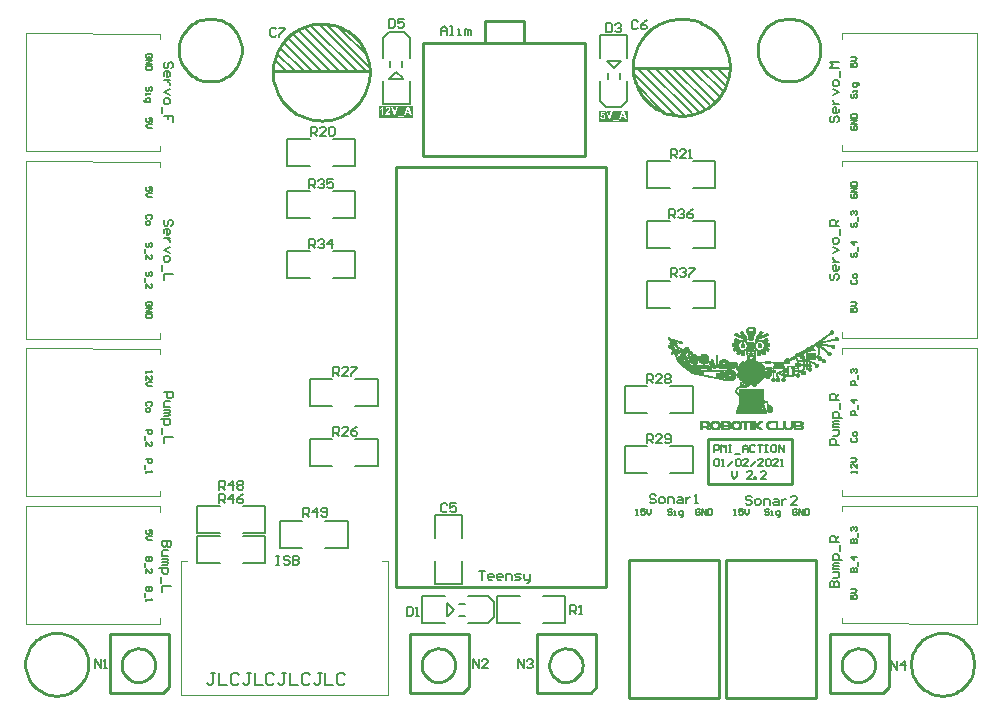
<source format=gto>
G04 Layer_Color=65535*
%FSLAX25Y25*%
%MOIN*%
G70*
G01*
G75*
%ADD28C,0.01000*%
%ADD29C,0.00787*%
%ADD30C,0.00500*%
%ADD31C,0.00591*%
%ADD32C,0.00394*%
%ADD33C,0.00100*%
G36*
X130445Y193993D02*
X119200D01*
Y197875D01*
X130445D01*
Y193993D01*
D02*
G37*
G36*
X202076Y192493D02*
X192700D01*
Y196360D01*
X202076D01*
Y192493D01*
D02*
G37*
%LPC*%
G36*
X125586Y197560D02*
X125035D01*
X124410Y195666D01*
X123759Y197560D01*
X123200D01*
X124118Y195000D01*
X124676D01*
X125586Y197560D01*
D02*
G37*
G36*
X122242Y197575D02*
X122205D01*
X122142Y197572D01*
X122083Y197568D01*
X121968Y197549D01*
X121872Y197520D01*
X121827Y197505D01*
X121787Y197486D01*
X121750Y197472D01*
X121720Y197453D01*
X121690Y197438D01*
X121668Y197427D01*
X121650Y197412D01*
X121639Y197405D01*
X121631Y197401D01*
X121627Y197398D01*
X121587Y197361D01*
X121550Y197324D01*
X121517Y197279D01*
X121487Y197231D01*
X121442Y197135D01*
X121405Y197042D01*
X121394Y196994D01*
X121383Y196954D01*
X121372Y196917D01*
X121369Y196883D01*
X121361Y196854D01*
Y196835D01*
X121357Y196820D01*
Y196817D01*
X121846Y196769D01*
X121853Y196843D01*
X121868Y196906D01*
X121883Y196961D01*
X121901Y197002D01*
X121916Y197035D01*
X121931Y197057D01*
X121942Y197072D01*
X121946Y197076D01*
X121983Y197105D01*
X122023Y197127D01*
X122064Y197146D01*
X122105Y197157D01*
X122138Y197164D01*
X122168Y197168D01*
X122194D01*
X122249Y197164D01*
X122297Y197153D01*
X122338Y197139D01*
X122375Y197124D01*
X122401Y197109D01*
X122423Y197094D01*
X122434Y197083D01*
X122438Y197079D01*
X122467Y197042D01*
X122490Y197002D01*
X122504Y196961D01*
X122515Y196920D01*
X122523Y196883D01*
X122527Y196850D01*
Y196832D01*
Y196828D01*
Y196824D01*
X122523Y196769D01*
X122512Y196717D01*
X122493Y196665D01*
X122475Y196621D01*
X122456Y196580D01*
X122438Y196550D01*
X122427Y196532D01*
X122423Y196524D01*
X122408Y196502D01*
X122386Y196476D01*
X122356Y196443D01*
X122327Y196413D01*
X122260Y196343D01*
X122194Y196273D01*
X122127Y196206D01*
X122097Y196177D01*
X122068Y196154D01*
X122046Y196132D01*
X122031Y196117D01*
X122020Y196106D01*
X122016Y196103D01*
X121942Y196032D01*
X121875Y195966D01*
X121812Y195903D01*
X121757Y195847D01*
X121705Y195792D01*
X121661Y195740D01*
X121620Y195696D01*
X121587Y195651D01*
X121557Y195614D01*
X121531Y195581D01*
X121509Y195555D01*
X121494Y195529D01*
X121479Y195514D01*
X121472Y195500D01*
X121465Y195492D01*
Y195488D01*
X121417Y195403D01*
X121380Y195315D01*
X121350Y195233D01*
X121328Y195159D01*
X121313Y195092D01*
X121309Y195067D01*
X121306Y195044D01*
X121302Y195026D01*
X121298Y195011D01*
Y195004D01*
Y195000D01*
X123019D01*
Y195455D01*
X122042D01*
X122072Y195503D01*
X122105Y195544D01*
X122120Y195562D01*
X122131Y195577D01*
X122138Y195585D01*
X122142Y195588D01*
X122157Y195603D01*
X122171Y195622D01*
X122216Y195662D01*
X122264Y195710D01*
X122312Y195758D01*
X122360Y195803D01*
X122401Y195840D01*
X122416Y195855D01*
X122427Y195866D01*
X122434Y195870D01*
X122438Y195873D01*
X122519Y195951D01*
X122586Y196014D01*
X122641Y196073D01*
X122686Y196117D01*
X122719Y196154D01*
X122741Y196180D01*
X122756Y196199D01*
X122760Y196203D01*
X122808Y196265D01*
X122848Y196325D01*
X122882Y196380D01*
X122908Y196428D01*
X122930Y196469D01*
X122945Y196502D01*
X122952Y196521D01*
X122956Y196528D01*
X122978Y196587D01*
X122993Y196646D01*
X123004Y196702D01*
X123011Y196754D01*
X123015Y196794D01*
X123019Y196828D01*
Y196850D01*
Y196857D01*
X123015Y196913D01*
X123008Y196968D01*
X123000Y197020D01*
X122985Y197068D01*
X122948Y197153D01*
X122911Y197227D01*
X122889Y197261D01*
X122871Y197287D01*
X122852Y197312D01*
X122834Y197331D01*
X122819Y197346D01*
X122811Y197361D01*
X122804Y197364D01*
X122800Y197368D01*
X122760Y197405D01*
X122712Y197438D01*
X122667Y197464D01*
X122615Y197486D01*
X122519Y197523D01*
X122423Y197549D01*
X122379Y197557D01*
X122338Y197564D01*
X122301Y197568D01*
X122268Y197572D01*
X122242Y197575D01*
D02*
G37*
G36*
X129116Y197560D02*
X128569D01*
X127577Y195000D01*
X128125D01*
X128336Y195581D01*
X129364D01*
X129586Y195000D01*
X130145D01*
X129116Y197560D01*
D02*
G37*
G36*
X120625Y197575D02*
X120225D01*
X120188Y197490D01*
X120140Y197412D01*
X120088Y197338D01*
X120036Y197279D01*
X119992Y197231D01*
X119951Y197194D01*
X119937Y197179D01*
X119925Y197168D01*
X119918Y197164D01*
X119914Y197161D01*
X119833Y197102D01*
X119755Y197050D01*
X119685Y197009D01*
X119622Y196979D01*
X119570Y196957D01*
X119533Y196939D01*
X119518Y196935D01*
X119507Y196931D01*
X119504Y196928D01*
X119500D01*
Y196484D01*
X119633Y196536D01*
X119752Y196591D01*
X119807Y196621D01*
X119859Y196654D01*
X119907Y196684D01*
X119951Y196713D01*
X119992Y196743D01*
X120029Y196769D01*
X120059Y196791D01*
X120085Y196813D01*
X120107Y196832D01*
X120122Y196843D01*
X120129Y196850D01*
X120133Y196854D01*
Y195000D01*
X120625D01*
Y197575D01*
D02*
G37*
G36*
X127596Y194612D02*
X125553D01*
Y194293D01*
X127596D01*
Y194612D01*
D02*
G37*
%LPD*%
G36*
X129198Y196014D02*
X128491D01*
X128839Y196965D01*
X129198Y196014D01*
D02*
G37*
%LPC*%
G36*
X194609Y196027D02*
X193311D01*
X193059Y194691D01*
X193455Y194636D01*
X193488Y194669D01*
X193522Y194699D01*
X193555Y194725D01*
X193588Y194747D01*
X193651Y194780D01*
X193710Y194802D01*
X193762Y194814D01*
X193799Y194821D01*
X193814Y194825D01*
X193836D01*
X193895Y194821D01*
X193951Y194806D01*
X193999Y194788D01*
X194040Y194765D01*
X194069Y194739D01*
X194095Y194721D01*
X194110Y194706D01*
X194114Y194702D01*
X194151Y194654D01*
X194177Y194599D01*
X194195Y194540D01*
X194206Y194481D01*
X194217Y194429D01*
X194221Y194388D01*
Y194369D01*
Y194358D01*
Y194351D01*
Y194347D01*
X194217Y194258D01*
X194206Y194181D01*
X194188Y194118D01*
X194169Y194066D01*
X194147Y194022D01*
X194132Y193992D01*
X194117Y193977D01*
X194114Y193970D01*
X194073Y193929D01*
X194029Y193896D01*
X193984Y193874D01*
X193944Y193859D01*
X193906Y193851D01*
X193877Y193848D01*
X193858Y193844D01*
X193851D01*
X193803Y193848D01*
X193755Y193859D01*
X193714Y193874D01*
X193681Y193892D01*
X193651Y193911D01*
X193629Y193925D01*
X193614Y193937D01*
X193611Y193940D01*
X193577Y193981D01*
X193548Y194022D01*
X193525Y194066D01*
X193511Y194107D01*
X193500Y194144D01*
X193492Y194177D01*
X193488Y194196D01*
Y194203D01*
X193000Y194151D01*
X193011Y194092D01*
X193022Y194036D01*
X193059Y193937D01*
X193100Y193848D01*
X193122Y193811D01*
X193148Y193774D01*
X193170Y193744D01*
X193189Y193718D01*
X193211Y193696D01*
X193226Y193674D01*
X193240Y193659D01*
X193252Y193648D01*
X193259Y193644D01*
X193263Y193641D01*
X193307Y193607D01*
X193351Y193578D01*
X193400Y193552D01*
X193448Y193533D01*
X193548Y193496D01*
X193636Y193474D01*
X193681Y193467D01*
X193718Y193463D01*
X193755Y193459D01*
X193784Y193456D01*
X193810Y193452D01*
X193844D01*
X193925Y193456D01*
X194003Y193467D01*
X194073Y193482D01*
X194140Y193504D01*
X194202Y193530D01*
X194258Y193559D01*
X194310Y193589D01*
X194358Y193622D01*
X194399Y193652D01*
X194436Y193681D01*
X194469Y193711D01*
X194495Y193737D01*
X194513Y193759D01*
X194528Y193774D01*
X194536Y193785D01*
X194539Y193789D01*
X194572Y193837D01*
X194602Y193885D01*
X194624Y193933D01*
X194647Y193985D01*
X194680Y194081D01*
X194702Y194170D01*
X194709Y194207D01*
X194713Y194244D01*
X194720Y194277D01*
Y194307D01*
X194724Y194329D01*
Y194344D01*
Y194355D01*
Y194358D01*
X194720Y194429D01*
X194713Y194495D01*
X194702Y194558D01*
X194687Y194617D01*
X194672Y194669D01*
X194650Y194721D01*
X194632Y194769D01*
X194609Y194810D01*
X194587Y194847D01*
X194569Y194880D01*
X194547Y194910D01*
X194532Y194932D01*
X194517Y194950D01*
X194506Y194965D01*
X194499Y194973D01*
X194495Y194976D01*
X194450Y195017D01*
X194406Y195054D01*
X194358Y195087D01*
X194310Y195117D01*
X194265Y195139D01*
X194217Y195158D01*
X194132Y195187D01*
X194091Y195198D01*
X194054Y195206D01*
X194021Y195209D01*
X193995Y195213D01*
X193973Y195217D01*
X193940D01*
X193877Y195213D01*
X193814Y195202D01*
X193758Y195191D01*
X193707Y195176D01*
X193666Y195158D01*
X193633Y195147D01*
X193611Y195135D01*
X193607Y195132D01*
X193603D01*
X193681Y195568D01*
X194609D01*
Y196027D01*
D02*
G37*
G36*
X197218Y196060D02*
X196667D01*
X196041Y194166D01*
X195390Y196060D01*
X194832D01*
X195749Y193500D01*
X196308D01*
X197218Y196060D01*
D02*
G37*
G36*
X199227Y193112D02*
X197185D01*
Y192793D01*
X199227D01*
Y193112D01*
D02*
G37*
G36*
X200748Y196060D02*
X200200D01*
X199209Y193500D01*
X199756D01*
X199967Y194081D01*
X200996D01*
X201218Y193500D01*
X201776D01*
X200748Y196060D01*
D02*
G37*
%LPD*%
G36*
X200829Y194514D02*
X200122D01*
X200470Y195465D01*
X200829Y194514D01*
D02*
G37*
D28*
X116142Y209193D02*
X116111Y210196D01*
X116017Y211196D01*
X115861Y212188D01*
X115645Y213168D01*
X115367Y214133D01*
X115030Y215079D01*
X114635Y216002D01*
X114184Y216899D01*
X113677Y217766D01*
X113118Y218599D01*
X112507Y219397D01*
X111849Y220155D01*
X111145Y220870D01*
X110397Y221540D01*
X109609Y222163D01*
X108784Y222735D01*
X107925Y223255D01*
X107036Y223721D01*
X106119Y224130D01*
X105179Y224481D01*
X104218Y224774D01*
X103241Y225006D01*
X102252Y225177D01*
X101254Y225286D01*
X100251Y225333D01*
X99247Y225317D01*
X98246Y225239D01*
X97252Y225099D01*
X96268Y224897D01*
X95299Y224635D01*
X94348Y224313D01*
X93419Y223932D01*
X92516Y223495D01*
X91641Y223002D01*
X90799Y222455D01*
X89992Y221858D01*
X89224Y221211D01*
X88498Y220518D01*
X87816Y219781D01*
X87181Y219003D01*
X86596Y218187D01*
X86063Y217336D01*
X85584Y216454D01*
X85160Y215544D01*
X84794Y214609D01*
X84487Y213653D01*
X84239Y212680D01*
X84053Y211693D01*
X83929Y210697D01*
X83866Y209695D01*
Y208691D01*
X83929Y207689D01*
X84053Y206693D01*
X84239Y205706D01*
X84487Y204733D01*
X84794Y203777D01*
X85160Y202842D01*
X85584Y201932D01*
X86063Y201050D01*
X86596Y200199D01*
X87181Y199383D01*
X87816Y198605D01*
X88498Y197868D01*
X89224Y197175D01*
X89992Y196528D01*
X90799Y195931D01*
X91641Y195384D01*
X92516Y194891D01*
X93419Y194454D01*
X94348Y194073D01*
X95299Y193751D01*
X96268Y193488D01*
X97252Y193287D01*
X98246Y193147D01*
X99247Y193069D01*
X100251Y193053D01*
X101254Y193100D01*
X102252Y193209D01*
X103241Y193380D01*
X104218Y193612D01*
X105179Y193904D01*
X106119Y194256D01*
X107036Y194665D01*
X107925Y195131D01*
X108784Y195651D01*
X109609Y196223D01*
X110397Y196846D01*
X111145Y197516D01*
X111849Y198231D01*
X112508Y198989D01*
X113118Y199786D01*
X113677Y200620D01*
X114184Y201487D01*
X114635Y202384D01*
X115030Y203307D01*
X115367Y204253D01*
X115645Y205218D01*
X115861Y206198D01*
X116017Y207190D01*
X116111Y208190D01*
X116142Y209193D01*
X236142Y210807D02*
X236110Y211811D01*
X236017Y212810D01*
X235861Y213802D01*
X235645Y214783D01*
X235367Y215747D01*
X235030Y216693D01*
X234635Y217616D01*
X234184Y218513D01*
X233677Y219380D01*
X233118Y220214D01*
X232507Y221011D01*
X231849Y221769D01*
X231145Y222484D01*
X230397Y223154D01*
X229609Y223777D01*
X228784Y224349D01*
X227925Y224869D01*
X227036Y225335D01*
X226119Y225744D01*
X225179Y226096D01*
X224218Y226388D01*
X223241Y226620D01*
X222252Y226791D01*
X221254Y226900D01*
X220251Y226947D01*
X219247Y226931D01*
X218246Y226853D01*
X217252Y226713D01*
X216268Y226512D01*
X215299Y226249D01*
X214348Y225927D01*
X213419Y225547D01*
X212516Y225109D01*
X211641Y224616D01*
X210799Y224069D01*
X209992Y223472D01*
X209224Y222825D01*
X208498Y222132D01*
X207816Y221395D01*
X207181Y220617D01*
X206596Y219801D01*
X206063Y218950D01*
X205584Y218068D01*
X205160Y217158D01*
X204794Y216223D01*
X204487Y215267D01*
X204239Y214294D01*
X204053Y213307D01*
X203928Y212311D01*
X203866Y211309D01*
Y210305D01*
X203928Y209303D01*
X204053Y208307D01*
X204239Y207320D01*
X204487Y206347D01*
X204794Y205391D01*
X205160Y204456D01*
X205584Y203546D01*
X206063Y202664D01*
X206596Y201813D01*
X207181Y200997D01*
X207816Y200219D01*
X208498Y199482D01*
X209224Y198789D01*
X209992Y198142D01*
X210799Y197545D01*
X211641Y196998D01*
X212516Y196505D01*
X213419Y196068D01*
X214348Y195687D01*
X215299Y195365D01*
X216268Y195103D01*
X217252Y194901D01*
X218246Y194761D01*
X219247Y194683D01*
X220251Y194667D01*
X221254Y194714D01*
X222252Y194823D01*
X223241Y194994D01*
X224218Y195226D01*
X225179Y195519D01*
X226119Y195870D01*
X227036Y196280D01*
X227926Y196745D01*
X228784Y197265D01*
X229609Y197837D01*
X230397Y198460D01*
X231145Y199130D01*
X231849Y199846D01*
X232508Y200603D01*
X233118Y201401D01*
X233677Y202234D01*
X234184Y203101D01*
X234635Y203998D01*
X235030Y204921D01*
X235367Y205867D01*
X235645Y206832D01*
X235861Y207812D01*
X236017Y208804D01*
X236110Y209804D01*
X236142Y210807D01*
X22284Y11811D02*
X22236Y12807D01*
X22094Y13793D01*
X21859Y14761D01*
X21533Y15703D01*
X21119Y16610D01*
X20621Y17473D01*
X20043Y18285D01*
X19390Y19038D01*
X18669Y19726D01*
X17886Y20342D01*
X17047Y20880D01*
X16161Y21337D01*
X15236Y21708D01*
X14280Y21988D01*
X13301Y22177D01*
X12309Y22272D01*
X11313D01*
X10321Y22177D01*
X9342Y21988D01*
X8386Y21708D01*
X7461Y21337D01*
X6575Y20880D01*
X5736Y20342D01*
X4953Y19726D01*
X4232Y19038D01*
X3579Y18285D01*
X3001Y17473D01*
X2503Y16610D01*
X2089Y15703D01*
X1763Y14761D01*
X1528Y13793D01*
X1386Y12807D01*
X1339Y11811D01*
X1386Y10816D01*
X1528Y9829D01*
X1763Y8861D01*
X2089Y7919D01*
X2503Y7012D01*
X3001Y6149D01*
X3579Y5337D01*
X4232Y4584D01*
X4953Y3897D01*
X5736Y3280D01*
X6575Y2742D01*
X7461Y2285D01*
X8386Y1915D01*
X9342Y1634D01*
X10321Y1445D01*
X11313Y1350D01*
X12309D01*
X13301Y1445D01*
X14280Y1634D01*
X15236Y1915D01*
X16161Y2285D01*
X17047Y2742D01*
X17886Y3280D01*
X18669Y3897D01*
X19390Y4584D01*
X20043Y5337D01*
X20621Y6149D01*
X21119Y7012D01*
X21533Y7919D01*
X21859Y8861D01*
X22094Y9829D01*
X22236Y10816D01*
X22284Y11811D01*
X317559D02*
X317512Y12807D01*
X317370Y13793D01*
X317135Y14761D01*
X316809Y15703D01*
X316395Y16610D01*
X315897Y17473D01*
X315318Y18285D01*
X314666Y19038D01*
X313945Y19726D01*
X313161Y20342D01*
X312323Y20880D01*
X311437Y21337D01*
X310512Y21708D01*
X309556Y21988D01*
X308577Y22177D01*
X307585Y22272D01*
X306588D01*
X305596Y22177D01*
X304618Y21988D01*
X303661Y21708D01*
X302736Y21337D01*
X301850Y20880D01*
X301012Y20342D01*
X300229Y19726D01*
X299507Y19038D01*
X298855Y18285D01*
X298277Y17473D01*
X297778Y16610D01*
X297364Y15703D01*
X297038Y14761D01*
X296803Y13793D01*
X296662Y12807D01*
X296614Y11811D01*
X296662Y10816D01*
X296803Y9829D01*
X297038Y8861D01*
X297364Y7919D01*
X297778Y7012D01*
X298277Y6149D01*
X298855Y5337D01*
X299507Y4584D01*
X300229Y3897D01*
X301012Y3280D01*
X301850Y2742D01*
X302736Y2285D01*
X303661Y1915D01*
X304618Y1634D01*
X305596Y1445D01*
X306588Y1350D01*
X307585D01*
X308577Y1445D01*
X309556Y1634D01*
X310512Y1915D01*
X311437Y2285D01*
X312323Y2742D01*
X313161Y3280D01*
X313945Y3897D01*
X314666Y4584D01*
X315318Y5337D01*
X315897Y6149D01*
X316395Y7012D01*
X316809Y7919D01*
X317135Y8861D01*
X317370Y9829D01*
X317512Y10816D01*
X317559Y11811D01*
X73465Y216535D02*
X73417Y217531D01*
X73275Y218517D01*
X73040Y219486D01*
X72714Y220428D01*
X72300Y221334D01*
X71802Y222197D01*
X71224Y223009D01*
X70571Y223762D01*
X69850Y224450D01*
X69067Y225066D01*
X68228Y225605D01*
X67343Y226062D01*
X66417Y226432D01*
X65461Y226713D01*
X64482Y226901D01*
X63490Y226996D01*
X62494D01*
X61502Y226901D01*
X60523Y226713D01*
X59567Y226432D01*
X58642Y226062D01*
X57756Y225605D01*
X56918Y225066D01*
X56134Y224450D01*
X55413Y223762D01*
X54760Y223009D01*
X54182Y222197D01*
X53684Y221334D01*
X53270Y220428D01*
X52944Y219486D01*
X52709Y218517D01*
X52567Y217531D01*
X52520Y216535D01*
X52567Y215540D01*
X52709Y214553D01*
X52944Y213585D01*
X53270Y212643D01*
X53684Y211737D01*
X54182Y210874D01*
X54760Y210062D01*
X55413Y209309D01*
X56134Y208621D01*
X56918Y208005D01*
X57756Y207466D01*
X58642Y207009D01*
X59567Y206639D01*
X60523Y206358D01*
X61502Y206170D01*
X62494Y206075D01*
X63490D01*
X64482Y206170D01*
X65461Y206358D01*
X66417Y206639D01*
X67343Y207009D01*
X68228Y207466D01*
X69067Y208005D01*
X69850Y208621D01*
X70571Y209309D01*
X71224Y210062D01*
X71802Y210874D01*
X72300Y211737D01*
X72714Y212643D01*
X73040Y213585D01*
X73275Y214553D01*
X73417Y215540D01*
X73465Y216535D01*
X266378D02*
X266331Y217531D01*
X266189Y218517D01*
X265954Y219486D01*
X265628Y220428D01*
X265214Y221334D01*
X264716Y222197D01*
X264137Y223009D01*
X263485Y223762D01*
X262764Y224450D01*
X261980Y225066D01*
X261142Y225605D01*
X260256Y226062D01*
X259331Y226432D01*
X258375Y226713D01*
X257396Y226901D01*
X256404Y226996D01*
X255407D01*
X254415Y226901D01*
X253436Y226713D01*
X252480Y226432D01*
X251555Y226062D01*
X250669Y225605D01*
X249831Y225066D01*
X249047Y224450D01*
X248326Y223762D01*
X247674Y223009D01*
X247095Y222197D01*
X246597Y221334D01*
X246183Y220428D01*
X245857Y219486D01*
X245622Y218517D01*
X245480Y217531D01*
X245433Y216535D01*
X245480Y215540D01*
X245622Y214553D01*
X245857Y213585D01*
X246183Y212643D01*
X246597Y211737D01*
X247095Y210874D01*
X247674Y210062D01*
X248326Y209309D01*
X249047Y208621D01*
X249831Y208005D01*
X250669Y207466D01*
X251555Y207009D01*
X252480Y206639D01*
X253436Y206358D01*
X254415Y206170D01*
X255407Y206075D01*
X256404D01*
X257396Y206170D01*
X258375Y206358D01*
X259331Y206639D01*
X260256Y207009D01*
X261142Y207466D01*
X261980Y208005D01*
X262764Y208621D01*
X263485Y209309D01*
X264137Y210062D01*
X264716Y210874D01*
X265214Y211737D01*
X265628Y212643D01*
X265954Y213585D01*
X266189Y214553D01*
X266331Y215540D01*
X266378Y216535D01*
X44590Y11500D02*
X44500Y12498D01*
X44234Y13464D01*
X43799Y14367D01*
X43210Y15178D01*
X42485Y15871D01*
X41649Y16423D01*
X40727Y16817D01*
X39750Y17040D01*
X38749Y17085D01*
X37756Y16950D01*
X36803Y16640D01*
X35920Y16165D01*
X35137Y15540D01*
X34477Y14786D01*
X33963Y13926D01*
X33611Y12987D01*
X33432Y12001D01*
Y10999D01*
X33611Y10013D01*
X33963Y9075D01*
X34477Y8214D01*
X35137Y7459D01*
X35920Y6835D01*
X36803Y6360D01*
X37756Y6050D01*
X38749Y5915D01*
X39750Y5960D01*
X40727Y6183D01*
X41649Y6577D01*
X42485Y7129D01*
X43210Y7822D01*
X43799Y8633D01*
X44234Y9536D01*
X44500Y10502D01*
X44590Y11500D01*
X144590D02*
X144500Y12498D01*
X144234Y13464D01*
X143799Y14367D01*
X143210Y15178D01*
X142485Y15871D01*
X141649Y16423D01*
X140727Y16817D01*
X139750Y17040D01*
X138749Y17085D01*
X137756Y16950D01*
X136803Y16640D01*
X135920Y16165D01*
X135137Y15540D01*
X134477Y14786D01*
X133963Y13926D01*
X133611Y12987D01*
X133432Y12001D01*
Y10999D01*
X133611Y10013D01*
X133963Y9075D01*
X134477Y8214D01*
X135137Y7459D01*
X135920Y6835D01*
X136803Y6360D01*
X137756Y6050D01*
X138749Y5915D01*
X139750Y5960D01*
X140727Y6183D01*
X141649Y6577D01*
X142485Y7129D01*
X143210Y7822D01*
X143799Y8633D01*
X144234Y9536D01*
X144500Y10502D01*
X144590Y11500D01*
X187090D02*
X187000Y12498D01*
X186734Y13464D01*
X186299Y14367D01*
X185710Y15178D01*
X184985Y15871D01*
X184149Y16423D01*
X183228Y16817D01*
X182250Y17040D01*
X181249Y17085D01*
X180256Y16950D01*
X179303Y16640D01*
X178420Y16165D01*
X177637Y15540D01*
X176978Y14786D01*
X176463Y13926D01*
X176111Y12987D01*
X175932Y12001D01*
Y10999D01*
X176111Y10013D01*
X176463Y9075D01*
X176978Y8214D01*
X177637Y7459D01*
X178420Y6835D01*
X179303Y6360D01*
X180256Y6050D01*
X181249Y5915D01*
X182250Y5960D01*
X183228Y6183D01*
X184149Y6577D01*
X184985Y7129D01*
X185710Y7822D01*
X186299Y8633D01*
X186734Y9536D01*
X187000Y10502D01*
X187090Y11500D01*
X284590D02*
X284500Y12498D01*
X284234Y13464D01*
X283799Y14367D01*
X283210Y15178D01*
X282485Y15871D01*
X281649Y16423D01*
X280728Y16817D01*
X279750Y17040D01*
X278749Y17085D01*
X277756Y16950D01*
X276803Y16640D01*
X275920Y16165D01*
X275137Y15540D01*
X274478Y14786D01*
X273963Y13926D01*
X273611Y12987D01*
X273432Y12001D01*
Y10999D01*
X273611Y10013D01*
X273963Y9075D01*
X274478Y8214D01*
X275137Y7459D01*
X275920Y6835D01*
X276803Y6360D01*
X277756Y6050D01*
X278749Y5915D01*
X279750Y5960D01*
X280728Y6183D01*
X281649Y6577D01*
X282485Y7129D01*
X283210Y7822D01*
X283799Y8633D01*
X284234Y9536D01*
X284500Y10502D01*
X284590Y11500D01*
X84252Y209390D02*
X115748D01*
X91142D02*
Y209390D01*
X204252Y210610D02*
X235748D01*
X228858Y210610D02*
Y210610D01*
X202500Y46476D02*
X232500D01*
X202500Y413D02*
Y46476D01*
X232500Y413D02*
Y46476D01*
X202500Y413D02*
X232500D01*
X235000Y46476D02*
X265000D01*
X235000Y413D02*
Y46476D01*
X265000Y413D02*
Y46476D01*
X235000Y413D02*
X265000D01*
X195000Y37500D02*
Y177500D01*
X125000D02*
X195000D01*
X125000Y37500D02*
Y177500D01*
Y37500D02*
X195000D01*
X187800Y181100D02*
Y218900D01*
X133900D02*
X187800D01*
X133900Y181100D02*
X187800D01*
X154600Y218900D02*
Y226100D01*
X167600D01*
Y218900D02*
Y226100D01*
X133900Y181100D02*
Y218900D01*
X229000Y72000D02*
X257000D01*
X229000D02*
Y87000D01*
X257000D01*
Y72000D02*
Y87000D01*
X49213Y4213D02*
Y21929D01*
X47244Y2244D02*
X49213Y4213D01*
X29528Y2244D02*
X47244D01*
X29528D02*
Y21929D01*
X49213D01*
X149213Y4213D02*
Y21929D01*
X147244Y2244D02*
X149213Y4213D01*
X129528Y2244D02*
X147244D01*
X129528D02*
Y21929D01*
X149213D01*
X191713Y4213D02*
Y21929D01*
X189744Y2244D02*
X191713Y4213D01*
X172028Y2244D02*
X189744D01*
X172028D02*
Y21929D01*
X191713D01*
X289213Y4213D02*
Y21929D01*
X287244Y2244D02*
X289213Y4213D01*
X269528Y2244D02*
X287244D01*
X269528D02*
Y21929D01*
X289213D01*
D29*
X86110Y59500D02*
X93610D01*
X86110Y50500D02*
Y59500D01*
Y50500D02*
X93610D01*
X101390Y59500D02*
X108890D01*
Y50500D02*
Y59500D01*
X101390Y50500D02*
X108890D01*
X58610Y64500D02*
X66110D01*
X58610Y55500D02*
Y64500D01*
Y55500D02*
X66110D01*
X73890Y64500D02*
X81390D01*
Y55500D02*
Y64500D01*
X73890Y55500D02*
X81390D01*
X58610Y54500D02*
X66110D01*
X58610Y45500D02*
Y54500D01*
Y45500D02*
X66110D01*
X73890Y54500D02*
X81390D01*
Y45500D02*
Y54500D01*
X73890Y45500D02*
X81390D01*
X158610Y34500D02*
X166110D01*
X158610Y25500D02*
Y34500D01*
Y25500D02*
X166110D01*
X173890Y34500D02*
X181390D01*
Y25500D02*
Y34500D01*
X173890Y25500D02*
X181390D01*
X120500Y198610D02*
Y206110D01*
Y198610D02*
X129500D01*
Y206110D01*
X120500Y213890D02*
Y220610D01*
X129500Y213890D02*
Y220610D01*
X122500Y222610D02*
X127500D01*
X120500Y220610D02*
X122500Y222610D01*
X127500D02*
X129500Y220610D01*
X202000Y213890D02*
Y221390D01*
X193000D02*
X202000D01*
X193000Y213890D02*
Y221390D01*
X202000Y199390D02*
Y206110D01*
X193000Y199390D02*
Y206110D01*
X195000Y197390D02*
X200000D01*
X202000Y199390D01*
X193000D02*
X195000Y197390D01*
X133610Y34500D02*
X141110D01*
X133610Y25500D02*
Y34500D01*
Y25500D02*
X141110D01*
X148890Y34500D02*
X155610D01*
X148890Y25500D02*
X155610D01*
X157610Y27500D02*
Y32500D01*
X155610Y34500D02*
X157610Y32500D01*
X155610Y25500D02*
X157610Y27500D01*
X138000Y38610D02*
Y46110D01*
Y38610D02*
X147000D01*
Y46110D01*
X138000Y53890D02*
Y61390D01*
X147000D01*
Y53890D02*
Y61390D01*
X88610Y187000D02*
X96110D01*
X88610Y178000D02*
Y187000D01*
Y178000D02*
X96110D01*
X103890Y187000D02*
X111390D01*
Y178000D02*
Y187000D01*
X103890Y178000D02*
X111390D01*
X223890Y170500D02*
X231390D01*
Y179500D01*
X223890D02*
X231390D01*
X208610Y170500D02*
X216110D01*
X208610D02*
Y179500D01*
X216110D01*
X96110Y87000D02*
X103610D01*
X96110Y78000D02*
Y87000D01*
Y78000D02*
X103610D01*
X111390Y87000D02*
X118890D01*
Y78000D02*
Y87000D01*
X111390Y78000D02*
X118890D01*
X96110Y107000D02*
X103610D01*
X96110Y98000D02*
Y107000D01*
Y98000D02*
X103610D01*
X111390Y107000D02*
X118890D01*
Y98000D02*
Y107000D01*
X111390Y98000D02*
X118890D01*
X216390Y95500D02*
X223890D01*
Y104500D01*
X216390D02*
X223890D01*
X201110Y95500D02*
X208610D01*
X201110D02*
Y104500D01*
X208610D01*
X216390Y75500D02*
X223890D01*
Y84500D01*
X216390D02*
X223890D01*
X201110Y75500D02*
X208610D01*
X201110D02*
Y84500D01*
X208610D01*
X88610Y149500D02*
X96110D01*
X88610Y140500D02*
Y149500D01*
Y140500D02*
X96110D01*
X103890Y149500D02*
X111390D01*
Y140500D02*
Y149500D01*
X103890Y140500D02*
X111390D01*
X88610Y169500D02*
X96110D01*
X88610Y160500D02*
Y169500D01*
Y160500D02*
X96110D01*
X103890Y169500D02*
X111390D01*
Y160500D02*
Y169500D01*
X103890Y160500D02*
X111390D01*
X223890Y150500D02*
X231390D01*
Y159500D01*
X223890D02*
X231390D01*
X208610Y150500D02*
X216110D01*
X208610D02*
Y159500D01*
X216110D01*
X223890Y130500D02*
X231390D01*
Y139500D01*
X223890D02*
X231390D01*
X208610Y130500D02*
X216110D01*
X208610D02*
Y139500D01*
X216110D01*
X64653Y8723D02*
X63341D01*
X63997D01*
Y5443D01*
X63341Y4787D01*
X62685D01*
X62029Y5443D01*
X65965Y8723D02*
Y4787D01*
X68589D01*
X72525Y8067D02*
X71869Y8723D01*
X70557D01*
X69901Y8067D01*
Y5443D01*
X70557Y4787D01*
X71869D01*
X72525Y5443D01*
X76460Y8723D02*
X75148D01*
X75804D01*
Y5443D01*
X75148Y4787D01*
X74493D01*
X73836Y5443D01*
X77772Y8723D02*
Y4787D01*
X80396D01*
X84332Y8067D02*
X83676Y8723D01*
X82364D01*
X81708Y8067D01*
Y5443D01*
X82364Y4787D01*
X83676D01*
X84332Y5443D01*
X88268Y8723D02*
X86956D01*
X87612D01*
Y5443D01*
X86956Y4787D01*
X86300D01*
X85644Y5443D01*
X89579Y8723D02*
Y4787D01*
X92203D01*
X96139Y8067D02*
X95483Y8723D01*
X94171D01*
X93515Y8067D01*
Y5443D01*
X94171Y4787D01*
X95483D01*
X96139Y5443D01*
X100075Y8723D02*
X98763D01*
X99419D01*
Y5443D01*
X98763Y4787D01*
X98107D01*
X97451Y5443D01*
X101387Y8723D02*
Y4787D01*
X104010D01*
X107946Y8067D02*
X107290Y8723D01*
X105978D01*
X105323Y8067D01*
Y5443D01*
X105978Y4787D01*
X107290D01*
X107946Y5443D01*
D30*
X124950Y209350D02*
X127226Y207074D01*
X122647Y207047D02*
X124950Y209350D01*
X195274Y212926D02*
X197550Y210650D01*
X199853Y212953D01*
X142074Y27774D02*
X144350Y30050D01*
X142047Y32353D02*
X144350Y30050D01*
X85236Y215295D02*
X91142Y209390D01*
X86221Y217264D02*
X94095Y209390D01*
X87205Y219232D02*
X97047Y209390D01*
X88945Y220445D02*
X100000Y209390D01*
X90421Y221921D02*
X102953Y209390D01*
X92148Y223148D02*
X105905Y209390D01*
X94124Y224124D02*
X108858Y209390D01*
X96600Y224600D02*
X111811Y209390D01*
X99077Y225077D02*
X114764Y209390D01*
X102053Y225053D02*
X116053Y211053D01*
X84744Y212835D02*
X88189Y209390D01*
X106000Y224000D02*
X115500Y214500D01*
X228858Y210610D02*
X234764Y204705D01*
X225905Y210610D02*
X233780Y202736D01*
X222953Y210610D02*
X232795Y200768D01*
X220000Y210610D02*
X231055Y199555D01*
X217047Y210610D02*
X229579Y198079D01*
X214094Y210610D02*
X227852Y196852D01*
X211142Y210610D02*
X225876Y195876D01*
X208189Y210610D02*
X223400Y195400D01*
X205236Y210610D02*
X220923Y194923D01*
X203947Y208947D02*
X217947Y194947D01*
X231811Y210610D02*
X235256Y207165D01*
X204500Y205500D02*
X214000Y196000D01*
X230837Y82456D02*
Y84955D01*
X232087D01*
X232503Y84539D01*
Y83706D01*
X232087Y83289D01*
X230837D01*
X233336Y82456D02*
Y84955D01*
X234169Y84122D01*
X235002Y84955D01*
Y82456D01*
X235836Y84955D02*
X236668D01*
X236252D01*
Y82456D01*
X235836D01*
X236668D01*
X237918Y82039D02*
X239584D01*
X240417Y82456D02*
Y84122D01*
X241250Y84955D01*
X242084Y84122D01*
Y82456D01*
Y83706D01*
X240417D01*
X244583Y84539D02*
X244166Y84955D01*
X243333D01*
X242916Y84539D01*
Y82873D01*
X243333Y82456D01*
X244166D01*
X244583Y82873D01*
X245416Y84955D02*
X247082D01*
X246249D01*
Y82456D01*
X247915Y84955D02*
X248748D01*
X248331D01*
Y82456D01*
X247915D01*
X248748D01*
X251247Y84955D02*
X250414D01*
X249998Y84539D01*
Y82873D01*
X250414Y82456D01*
X251247D01*
X251664Y82873D01*
Y84539D01*
X251247Y84955D01*
X252497Y82456D02*
Y84955D01*
X254163Y82456D01*
Y84955D01*
X231045Y79923D02*
X231462Y80340D01*
X232295D01*
X232712Y79923D01*
Y78257D01*
X232295Y77841D01*
X231462D01*
X231045Y78257D01*
Y79923D01*
X233545Y77841D02*
X234378D01*
X233961D01*
Y80340D01*
X233545Y79923D01*
X235627Y77841D02*
X237293Y79507D01*
X238126Y79923D02*
X238543Y80340D01*
X239376D01*
X239792Y79923D01*
Y78257D01*
X239376Y77841D01*
X238543D01*
X238126Y78257D01*
Y79923D01*
X242292Y77841D02*
X240626D01*
X242292Y79507D01*
Y79923D01*
X241875Y80340D01*
X241042D01*
X240626Y79923D01*
X243125Y77841D02*
X244791Y79507D01*
X247290Y77841D02*
X245624D01*
X247290Y79507D01*
Y79923D01*
X246874Y80340D01*
X246041D01*
X245624Y79923D01*
X248123D02*
X248540Y80340D01*
X249373D01*
X249789Y79923D01*
Y78257D01*
X249373Y77841D01*
X248540D01*
X248123Y78257D01*
Y79923D01*
X252289Y77841D02*
X250622D01*
X252289Y79507D01*
Y79923D01*
X251872Y80340D01*
X251039D01*
X250622Y79923D01*
X253121Y77841D02*
X253955D01*
X253538D01*
Y80340D01*
X253121Y79923D01*
X236877Y76141D02*
Y74475D01*
X237710Y73642D01*
X238543Y74475D01*
Y76141D01*
X243541Y73642D02*
X241875D01*
X243541Y75308D01*
Y75724D01*
X243125Y76141D01*
X242292D01*
X241875Y75724D01*
X244374Y73642D02*
Y74058D01*
X244791D01*
Y73642D01*
X244374D01*
X248123D02*
X246457D01*
X248123Y75308D01*
Y75724D01*
X247707Y76141D01*
X246874D01*
X246457Y75724D01*
X94000Y61000D02*
Y63999D01*
X95499D01*
X95999Y63499D01*
Y62499D01*
X95499Y62000D01*
X94000D01*
X95000D02*
X95999Y61000D01*
X98499D02*
Y63999D01*
X96999Y62499D01*
X98998D01*
X99998Y61500D02*
X100498Y61000D01*
X101498D01*
X101997Y61500D01*
Y63499D01*
X101498Y63999D01*
X100498D01*
X99998Y63499D01*
Y62999D01*
X100498Y62499D01*
X101997D01*
X66000Y70000D02*
Y72999D01*
X67500D01*
X67999Y72499D01*
Y71500D01*
X67500Y71000D01*
X66000D01*
X67000D02*
X67999Y70000D01*
X70499D02*
Y72999D01*
X68999Y71500D01*
X70998D01*
X71998Y72499D02*
X72498Y72999D01*
X73498D01*
X73997Y72499D01*
Y71999D01*
X73498Y71500D01*
X73997Y71000D01*
Y70500D01*
X73498Y70000D01*
X72498D01*
X71998Y70500D01*
Y71000D01*
X72498Y71500D01*
X71998Y71999D01*
Y72499D01*
X72498Y71500D02*
X73498D01*
X66000Y65500D02*
Y68499D01*
X67500D01*
X67999Y67999D01*
Y67000D01*
X67500Y66500D01*
X66000D01*
X67000D02*
X67999Y65500D01*
X70499D02*
Y68499D01*
X68999Y67000D01*
X70998D01*
X73997Y68499D02*
X72998Y67999D01*
X71998Y67000D01*
Y66000D01*
X72498Y65500D01*
X73498D01*
X73997Y66000D01*
Y66500D01*
X73498Y67000D01*
X71998D01*
X183000Y28500D02*
Y31499D01*
X184500D01*
X184999Y30999D01*
Y30000D01*
X184500Y29500D01*
X183000D01*
X184000D02*
X184999Y28500D01*
X185999D02*
X186999D01*
X186499D01*
Y31499D01*
X185999Y30999D01*
X122500Y226999D02*
Y224000D01*
X124000D01*
X124499Y224500D01*
Y226499D01*
X124000Y226999D01*
X122500D01*
X127498D02*
X125499D01*
Y225500D01*
X126499Y225999D01*
X126999D01*
X127498Y225500D01*
Y224500D01*
X126999Y224000D01*
X125999D01*
X125499Y224500D01*
X195000Y225499D02*
Y222500D01*
X196500D01*
X196999Y223000D01*
Y224999D01*
X196500Y225499D01*
X195000D01*
X197999Y224999D02*
X198499Y225499D01*
X199499D01*
X199998Y224999D01*
Y224499D01*
X199499Y224000D01*
X198999D01*
X199499D01*
X199998Y223500D01*
Y223000D01*
X199499Y222500D01*
X198499D01*
X197999Y223000D01*
X128500Y30999D02*
Y28000D01*
X129999D01*
X130499Y28500D01*
Y30499D01*
X129999Y30999D01*
X128500D01*
X131499Y28000D02*
X132499D01*
X131999D01*
Y30999D01*
X131499Y30499D01*
X84999Y223499D02*
X84500Y223999D01*
X83500D01*
X83000Y223499D01*
Y221500D01*
X83500Y221000D01*
X84500D01*
X84999Y221500D01*
X85999Y223999D02*
X87998D01*
Y223499D01*
X85999Y221500D01*
Y221000D01*
X205499Y225999D02*
X204999Y226499D01*
X204000D01*
X203500Y225999D01*
Y224000D01*
X204000Y223500D01*
X204999D01*
X205499Y224000D01*
X208498Y226499D02*
X207499Y225999D01*
X206499Y224999D01*
Y224000D01*
X206999Y223500D01*
X207998D01*
X208498Y224000D01*
Y224500D01*
X207998Y224999D01*
X206499D01*
X141999Y64999D02*
X141499Y65499D01*
X140500D01*
X140000Y64999D01*
Y63000D01*
X140500Y62500D01*
X141499D01*
X141999Y63000D01*
X144998Y65499D02*
X142999D01*
Y63999D01*
X143999Y64499D01*
X144499D01*
X144998Y63999D01*
Y63000D01*
X144499Y62500D01*
X143499D01*
X142999Y63000D01*
X269501Y37500D02*
X272500D01*
Y39000D01*
X272000Y39499D01*
X271500D01*
X271001Y39000D01*
Y37500D01*
Y39000D01*
X270501Y39499D01*
X270001D01*
X269501Y39000D01*
Y37500D01*
X270501Y40499D02*
X272000D01*
X272500Y40999D01*
Y42498D01*
X270501D01*
X272500Y43498D02*
X270501D01*
Y43998D01*
X271001Y44498D01*
X272500D01*
X271001D01*
X270501Y44998D01*
X271001Y45497D01*
X272500D01*
X273500Y46497D02*
X270501D01*
Y47997D01*
X271001Y48496D01*
X272000D01*
X272500Y47997D01*
Y46497D01*
X273000Y49496D02*
Y51495D01*
X272500Y52495D02*
X269501D01*
Y53995D01*
X270001Y54495D01*
X271001D01*
X271500Y53995D01*
Y52495D01*
Y53495D02*
X272500Y54495D01*
X85000Y47999D02*
X86000D01*
X85500D01*
Y45000D01*
X85000D01*
X86000D01*
X89499Y47499D02*
X88999Y47999D01*
X87999D01*
X87499Y47499D01*
Y46999D01*
X87999Y46499D01*
X88999D01*
X89499Y46000D01*
Y45500D01*
X88999Y45000D01*
X87999D01*
X87499Y45500D01*
X90498Y47999D02*
Y45000D01*
X91998D01*
X92498Y45500D01*
Y46000D01*
X91998Y46499D01*
X90498D01*
X91998D01*
X92498Y46999D01*
Y47499D01*
X91998Y47999D01*
X90498D01*
X24500Y10500D02*
Y13499D01*
X26499Y10500D01*
Y13499D01*
X27499Y10500D02*
X28499D01*
X27999D01*
Y13499D01*
X27499Y12999D01*
X150500Y10500D02*
Y13499D01*
X152499Y10500D01*
Y13499D01*
X155498Y10500D02*
X153499D01*
X155498Y12499D01*
Y12999D01*
X154999Y13499D01*
X153999D01*
X153499Y12999D01*
X165500Y10500D02*
Y13499D01*
X167499Y10500D01*
Y13499D01*
X168499Y12999D02*
X168999Y13499D01*
X169999D01*
X170498Y12999D01*
Y12499D01*
X169999Y11999D01*
X169499D01*
X169999D01*
X170498Y11500D01*
Y11000D01*
X169999Y10500D01*
X168999D01*
X168499Y11000D01*
X47500Y102500D02*
X50499D01*
Y101000D01*
X49999Y100501D01*
X49000D01*
X48500Y101000D01*
Y102500D01*
X49499Y99501D02*
X48000D01*
X47500Y99001D01*
Y97502D01*
X49499D01*
X47500Y96502D02*
X49499D01*
Y96002D01*
X49000Y95502D01*
X47500D01*
X49000D01*
X49499Y95002D01*
X49000Y94503D01*
X47500D01*
X46500Y93503D02*
X49499D01*
Y92003D01*
X49000Y91504D01*
X48000D01*
X47500Y92003D01*
Y93503D01*
X47000Y90504D02*
Y88504D01*
X50499Y87505D02*
X47500D01*
Y85505D01*
X272500Y85000D02*
X269501D01*
Y86500D01*
X270001Y86999D01*
X271001D01*
X271500Y86500D01*
Y85000D01*
X270501Y87999D02*
X272000D01*
X272500Y88499D01*
Y89998D01*
X270501D01*
X272500Y90998D02*
X270501D01*
Y91498D01*
X271001Y91998D01*
X272500D01*
X271001D01*
X270501Y92498D01*
X271001Y92997D01*
X272500D01*
X273500Y93997D02*
X270501D01*
Y95497D01*
X271001Y95996D01*
X272000D01*
X272500Y95497D01*
Y93997D01*
X273000Y96996D02*
Y98996D01*
X272500Y99995D02*
X269501D01*
Y101495D01*
X270001Y101995D01*
X271001D01*
X271500Y101495D01*
Y99995D01*
Y100995D02*
X272500Y101995D01*
X96500Y188000D02*
Y190999D01*
X98000D01*
X98499Y190499D01*
Y189499D01*
X98000Y189000D01*
X96500D01*
X97500D02*
X98499Y188000D01*
X101498D02*
X99499D01*
X101498Y189999D01*
Y190499D01*
X100999Y190999D01*
X99999D01*
X99499Y190499D01*
X102498D02*
X102998Y190999D01*
X103998D01*
X104497Y190499D01*
Y188500D01*
X103998Y188000D01*
X102998D01*
X102498Y188500D01*
Y190499D01*
X216500Y180500D02*
Y183499D01*
X218000D01*
X218499Y182999D01*
Y182000D01*
X218000Y181500D01*
X216500D01*
X217500D02*
X218499Y180500D01*
X221498D02*
X219499D01*
X221498Y182499D01*
Y182999D01*
X220999Y183499D01*
X219999D01*
X219499Y182999D01*
X222498Y180500D02*
X223498D01*
X222998D01*
Y183499D01*
X222498Y182999D01*
X104000Y88000D02*
Y90999D01*
X105499D01*
X105999Y90499D01*
Y89499D01*
X105499Y89000D01*
X104000D01*
X105000D02*
X105999Y88000D01*
X108998D02*
X106999D01*
X108998Y89999D01*
Y90499D01*
X108499Y90999D01*
X107499D01*
X106999Y90499D01*
X111997Y90999D02*
X110998Y90499D01*
X109998Y89499D01*
Y88500D01*
X110498Y88000D01*
X111498D01*
X111997Y88500D01*
Y89000D01*
X111498Y89499D01*
X109998D01*
X104000Y108000D02*
Y110999D01*
X105499D01*
X105999Y110499D01*
Y109500D01*
X105499Y109000D01*
X104000D01*
X105000D02*
X105999Y108000D01*
X108998D02*
X106999D01*
X108998Y109999D01*
Y110499D01*
X108499Y110999D01*
X107499D01*
X106999Y110499D01*
X109998Y110999D02*
X111997D01*
Y110499D01*
X109998Y108500D01*
Y108000D01*
X208500Y105500D02*
Y108499D01*
X209999D01*
X210499Y107999D01*
Y107000D01*
X209999Y106500D01*
X208500D01*
X209500D02*
X210499Y105500D01*
X213498D02*
X211499D01*
X213498Y107499D01*
Y107999D01*
X212999Y108499D01*
X211999D01*
X211499Y107999D01*
X214498D02*
X214998Y108499D01*
X215998D01*
X216497Y107999D01*
Y107499D01*
X215998Y107000D01*
X216497Y106500D01*
Y106000D01*
X215998Y105500D01*
X214998D01*
X214498Y106000D01*
Y106500D01*
X214998Y107000D01*
X214498Y107499D01*
Y107999D01*
X214998Y107000D02*
X215998D01*
X208500Y85500D02*
Y88499D01*
X209999D01*
X210499Y87999D01*
Y86999D01*
X209999Y86500D01*
X208500D01*
X209500D02*
X210499Y85500D01*
X213498D02*
X211499D01*
X213498Y87499D01*
Y87999D01*
X212999Y88499D01*
X211999D01*
X211499Y87999D01*
X214498Y86000D02*
X214998Y85500D01*
X215998D01*
X216497Y86000D01*
Y87999D01*
X215998Y88499D01*
X214998D01*
X214498Y87999D01*
Y87499D01*
X214998Y86999D01*
X216497D01*
X96000Y150500D02*
Y153499D01*
X97500D01*
X97999Y152999D01*
Y151999D01*
X97500Y151500D01*
X96000D01*
X97000D02*
X97999Y150500D01*
X98999Y152999D02*
X99499Y153499D01*
X100499D01*
X100998Y152999D01*
Y152499D01*
X100499Y151999D01*
X99999D01*
X100499D01*
X100998Y151500D01*
Y151000D01*
X100499Y150500D01*
X99499D01*
X98999Y151000D01*
X103498Y150500D02*
Y153499D01*
X101998Y151999D01*
X103997D01*
X96000Y170500D02*
Y173499D01*
X97500D01*
X97999Y172999D01*
Y172000D01*
X97500Y171500D01*
X96000D01*
X97000D02*
X97999Y170500D01*
X98999Y172999D02*
X99499Y173499D01*
X100499D01*
X100998Y172999D01*
Y172499D01*
X100499Y172000D01*
X99999D01*
X100499D01*
X100998Y171500D01*
Y171000D01*
X100499Y170500D01*
X99499D01*
X98999Y171000D01*
X103997Y173499D02*
X101998D01*
Y172000D01*
X102998Y172499D01*
X103498D01*
X103997Y172000D01*
Y171000D01*
X103498Y170500D01*
X102498D01*
X101998Y171000D01*
X216000Y160500D02*
Y163499D01*
X217499D01*
X217999Y162999D01*
Y161999D01*
X217499Y161500D01*
X216000D01*
X217000D02*
X217999Y160500D01*
X218999Y162999D02*
X219499Y163499D01*
X220498D01*
X220998Y162999D01*
Y162499D01*
X220498Y161999D01*
X219999D01*
X220498D01*
X220998Y161500D01*
Y161000D01*
X220498Y160500D01*
X219499D01*
X218999Y161000D01*
X223997Y163499D02*
X222998Y162999D01*
X221998Y161999D01*
Y161000D01*
X222498Y160500D01*
X223498D01*
X223997Y161000D01*
Y161500D01*
X223498Y161999D01*
X221998D01*
X216500Y141000D02*
Y143999D01*
X218000D01*
X218499Y143499D01*
Y142499D01*
X218000Y142000D01*
X216500D01*
X217500D02*
X218499Y141000D01*
X219499Y143499D02*
X219999Y143999D01*
X220999D01*
X221498Y143499D01*
Y142999D01*
X220999Y142499D01*
X220499D01*
X220999D01*
X221498Y142000D01*
Y141500D01*
X220999Y141000D01*
X219999D01*
X219499Y141500D01*
X222498Y143999D02*
X224497D01*
Y143499D01*
X222498Y141500D01*
Y141000D01*
X49999Y210501D02*
X50499Y211000D01*
Y212000D01*
X49999Y212500D01*
X49499D01*
X49000Y212000D01*
Y211000D01*
X48500Y210501D01*
X48000D01*
X47500Y211000D01*
Y212000D01*
X48000Y212500D01*
X47500Y208001D02*
Y209001D01*
X48000Y209501D01*
X49000D01*
X49499Y209001D01*
Y208001D01*
X49000Y207502D01*
X48500D01*
Y209501D01*
X49499Y206502D02*
X47500D01*
X48500D01*
X49000Y206002D01*
X49499Y205502D01*
Y205002D01*
Y203503D02*
X47500Y202503D01*
X49499Y201504D01*
X47500Y200004D02*
Y199004D01*
X48000Y198504D01*
X49000D01*
X49499Y199004D01*
Y200004D01*
X49000Y200504D01*
X48000D01*
X47500Y200004D01*
X47000Y197505D02*
Y195505D01*
X50499Y192507D02*
Y194506D01*
X49000D01*
Y193506D01*
Y194506D01*
X47500D01*
X49999Y158001D02*
X50499Y158501D01*
Y159500D01*
X49999Y160000D01*
X49499D01*
X49000Y159500D01*
Y158501D01*
X48500Y158001D01*
X48000D01*
X47500Y158501D01*
Y159500D01*
X48000Y160000D01*
X47500Y155501D02*
Y156501D01*
X48000Y157001D01*
X49000D01*
X49499Y156501D01*
Y155501D01*
X49000Y155002D01*
X48500D01*
Y157001D01*
X49499Y154002D02*
X47500D01*
X48500D01*
X49000Y153502D01*
X49499Y153002D01*
Y152502D01*
Y151003D02*
X47500Y150003D01*
X49499Y149004D01*
X47500Y147504D02*
Y146504D01*
X48000Y146004D01*
X49000D01*
X49499Y146504D01*
Y147504D01*
X49000Y148004D01*
X48000D01*
X47500Y147504D01*
X47000Y145005D02*
Y143006D01*
X50499Y142006D02*
X47500D01*
Y140006D01*
X270001Y194499D02*
X269501Y194000D01*
Y193000D01*
X270001Y192500D01*
X270501D01*
X271001Y193000D01*
Y194000D01*
X271500Y194499D01*
X272000D01*
X272500Y194000D01*
Y193000D01*
X272000Y192500D01*
X272500Y196999D02*
Y195999D01*
X272000Y195499D01*
X271001D01*
X270501Y195999D01*
Y196999D01*
X271001Y197498D01*
X271500D01*
Y195499D01*
X270501Y198498D02*
X272500D01*
X271500D01*
X271001Y198998D01*
X270501Y199498D01*
Y199998D01*
Y201497D02*
X272500Y202497D01*
X270501Y203496D01*
X272500Y204996D02*
Y205996D01*
X272000Y206495D01*
X271001D01*
X270501Y205996D01*
Y204996D01*
X271001Y204496D01*
X272000D01*
X272500Y204996D01*
X273000Y207495D02*
Y209494D01*
X272500Y210494D02*
X269501D01*
X270501Y211494D01*
X269501Y212493D01*
X272500D01*
X270001Y141999D02*
X269501Y141499D01*
Y140500D01*
X270001Y140000D01*
X270501D01*
X271001Y140500D01*
Y141499D01*
X271500Y141999D01*
X272000D01*
X272500Y141499D01*
Y140500D01*
X272000Y140000D01*
X272500Y144499D02*
Y143499D01*
X272000Y142999D01*
X271001D01*
X270501Y143499D01*
Y144499D01*
X271001Y144998D01*
X271500D01*
Y142999D01*
X270501Y145998D02*
X272500D01*
X271500D01*
X271001Y146498D01*
X270501Y146998D01*
Y147498D01*
Y148997D02*
X272500Y149997D01*
X270501Y150996D01*
X272500Y152496D02*
Y153496D01*
X272000Y153996D01*
X271001D01*
X270501Y153496D01*
Y152496D01*
X271001Y151996D01*
X272000D01*
X272500Y152496D01*
X273000Y154995D02*
Y156994D01*
X272500Y157994D02*
X269501D01*
Y159494D01*
X270001Y159994D01*
X271001D01*
X271500Y159494D01*
Y157994D01*
Y158994D02*
X272500Y159994D01*
X211499Y67999D02*
X210999Y68499D01*
X210000D01*
X209500Y67999D01*
Y67499D01*
X210000Y67000D01*
X210999D01*
X211499Y66500D01*
Y66000D01*
X210999Y65500D01*
X210000D01*
X209500Y66000D01*
X212999Y65500D02*
X213999D01*
X214498Y66000D01*
Y67000D01*
X213999Y67499D01*
X212999D01*
X212499Y67000D01*
Y66000D01*
X212999Y65500D01*
X215498D02*
Y67499D01*
X216998D01*
X217497Y67000D01*
Y65500D01*
X218997Y67499D02*
X219997D01*
X220496Y67000D01*
Y65500D01*
X218997D01*
X218497Y66000D01*
X218997Y66500D01*
X220496D01*
X221496Y67499D02*
Y65500D01*
Y66500D01*
X221996Y67000D01*
X222496Y67499D01*
X222996D01*
X224495Y65500D02*
X225495D01*
X224995D01*
Y68499D01*
X224495Y67999D01*
X243499Y67499D02*
X243000Y67999D01*
X242000D01*
X241500Y67499D01*
Y66999D01*
X242000Y66500D01*
X243000D01*
X243499Y66000D01*
Y65500D01*
X243000Y65000D01*
X242000D01*
X241500Y65500D01*
X244999Y65000D02*
X245999D01*
X246498Y65500D01*
Y66500D01*
X245999Y66999D01*
X244999D01*
X244499Y66500D01*
Y65500D01*
X244999Y65000D01*
X247498D02*
Y66999D01*
X248998D01*
X249497Y66500D01*
Y65000D01*
X250997Y66999D02*
X251997D01*
X252496Y66500D01*
Y65000D01*
X250997D01*
X250497Y65500D01*
X250997Y66000D01*
X252496D01*
X253496Y66999D02*
Y65000D01*
Y66000D01*
X253996Y66500D01*
X254496Y66999D01*
X254996D01*
X258494Y65000D02*
X256495D01*
X258494Y66999D01*
Y67499D01*
X257995Y67999D01*
X256995D01*
X256495Y67499D01*
X152500Y42999D02*
X154499D01*
X153500D01*
Y40000D01*
X156999D02*
X155999D01*
X155499Y40500D01*
Y41500D01*
X155999Y41999D01*
X156999D01*
X157498Y41500D01*
Y41000D01*
X155499D01*
X159998Y40000D02*
X158998D01*
X158498Y40500D01*
Y41500D01*
X158998Y41999D01*
X159998D01*
X160497Y41500D01*
Y41000D01*
X158498D01*
X161497Y40000D02*
Y41999D01*
X162997D01*
X163496Y41500D01*
Y40000D01*
X164496D02*
X165996D01*
X166496Y40500D01*
X165996Y41000D01*
X164996D01*
X164496Y41500D01*
X164996Y41999D01*
X166496D01*
X167495D02*
Y40500D01*
X167995Y40000D01*
X169494D01*
Y39500D01*
X168995Y39000D01*
X168495D01*
X169494Y40000D02*
Y41999D01*
X49999Y53000D02*
X47000D01*
Y51500D01*
X47500Y51001D01*
X48000D01*
X48500Y51500D01*
Y53000D01*
Y51500D01*
X48999Y51001D01*
X49499D01*
X49999Y51500D01*
Y53000D01*
X48999Y50001D02*
X47500D01*
X47000Y49501D01*
Y48002D01*
X48999D01*
X47000Y47002D02*
X48999D01*
Y46502D01*
X48500Y46002D01*
X47000D01*
X48500D01*
X48999Y45502D01*
X48500Y45003D01*
X47000D01*
X46000Y44003D02*
X48999D01*
Y42503D01*
X48500Y42004D01*
X47500D01*
X47000Y42503D01*
Y44003D01*
X46500Y41004D02*
Y39004D01*
X49999Y38005D02*
X47000D01*
Y36005D01*
X140000Y221500D02*
Y223499D01*
X141000Y224499D01*
X141999Y223499D01*
Y221500D01*
Y223000D01*
X140000D01*
X142999Y221500D02*
X143999D01*
X143499D01*
Y224499D01*
X142999D01*
X145498Y221500D02*
X146498D01*
X145998D01*
Y223499D01*
X145498D01*
X147997Y221500D02*
Y223499D01*
X148497D01*
X148997Y223000D01*
Y221500D01*
Y223000D01*
X149497Y223499D01*
X149997Y223000D01*
Y221500D01*
X290000Y10000D02*
Y12999D01*
X291999Y10000D01*
Y12999D01*
X294498Y10000D02*
Y12999D01*
X292999Y11500D01*
X294998D01*
X43499Y169537D02*
Y170870D01*
X42500D01*
X42833Y170204D01*
Y169870D01*
X42500Y169537D01*
X41833D01*
X41500Y169870D01*
Y170537D01*
X41833Y170870D01*
X43499Y168871D02*
X42166D01*
X41500Y168204D01*
X42166Y167538D01*
X43499D01*
Y192667D02*
Y194000D01*
X42500D01*
X42833Y193333D01*
Y193000D01*
X42500Y192667D01*
X41833D01*
X41500Y193000D01*
Y193667D01*
X41833Y194000D01*
X43499Y192001D02*
X42166D01*
X41500Y191334D01*
X42166Y190668D01*
X43499D01*
X276501Y212333D02*
Y211000D01*
X277500D01*
X277167Y211666D01*
Y212000D01*
X277500Y212333D01*
X278167D01*
X278500Y212000D01*
Y211333D01*
X278167Y211000D01*
X276501Y212999D02*
X277834D01*
X278500Y213666D01*
X277834Y214332D01*
X276501D01*
Y130463D02*
Y129130D01*
X277500D01*
X277167Y129796D01*
Y130130D01*
X277500Y130463D01*
X278167D01*
X278500Y130130D01*
Y129463D01*
X278167Y129130D01*
X276501Y131129D02*
X277834D01*
X278500Y131796D01*
X277834Y132462D01*
X276501D01*
Y34833D02*
Y33500D01*
X277500D01*
X277167Y34166D01*
Y34500D01*
X277500Y34833D01*
X278167D01*
X278500Y34500D01*
Y33833D01*
X278167Y33500D01*
X276501Y35499D02*
X277834D01*
X278500Y36166D01*
X277834Y36832D01*
X276501D01*
X43499Y55167D02*
Y56500D01*
X42500D01*
X42833Y55834D01*
Y55500D01*
X42500Y55167D01*
X41833D01*
X41500Y55500D01*
Y56167D01*
X41833Y56500D01*
X43499Y54501D02*
X42166D01*
X41500Y53834D01*
X42166Y53168D01*
X43499D01*
X41500Y109500D02*
Y108834D01*
Y109167D01*
X43499D01*
X43166Y109500D01*
X41500Y106501D02*
Y107834D01*
X42833Y106501D01*
X43166D01*
X43499Y106834D01*
Y107501D01*
X43166Y107834D01*
X43499Y105834D02*
X42166D01*
X41500Y105168D01*
X42166Y104502D01*
X43499D01*
X278500Y75500D02*
Y76166D01*
Y75833D01*
X276501D01*
X276834Y75500D01*
X278500Y78499D02*
Y77166D01*
X277167Y78499D01*
X276834D01*
X276501Y78166D01*
Y77499D01*
X276834Y77166D01*
X276501Y79166D02*
X277834D01*
X278500Y79832D01*
X277834Y80498D01*
X276501D01*
X43499Y47500D02*
X41500D01*
Y46500D01*
X41833Y46167D01*
X42166D01*
X42500Y46500D01*
Y47500D01*
Y46500D01*
X42833Y46167D01*
X43166D01*
X43499Y46500D01*
Y47500D01*
X41167Y45501D02*
Y44168D01*
X41500Y42168D02*
Y43501D01*
X42833Y42168D01*
X43166D01*
X43499Y42502D01*
Y43168D01*
X43166Y43501D01*
X43499Y37657D02*
X41500D01*
Y36658D01*
X41833Y36325D01*
X42166D01*
X42500Y36658D01*
Y37657D01*
Y36658D01*
X42833Y36325D01*
X43166D01*
X43499Y36658D01*
Y37657D01*
X41167Y35658D02*
Y34325D01*
X41500Y33659D02*
Y32992D01*
Y33325D01*
X43499D01*
X43166Y33659D01*
X276501Y42500D02*
X278500D01*
Y43500D01*
X278167Y43833D01*
X277834D01*
X277500Y43500D01*
Y42500D01*
Y43500D01*
X277167Y43833D01*
X276834D01*
X276501Y43500D01*
Y42500D01*
X278833Y44499D02*
Y45832D01*
X278500Y47498D02*
X276501D01*
X277500Y46499D01*
Y47832D01*
X276501Y52342D02*
X278500D01*
Y53342D01*
X278167Y53675D01*
X277834D01*
X277500Y53342D01*
Y52342D01*
Y53342D01*
X277167Y53675D01*
X276834D01*
X276501Y53342D01*
Y52342D01*
X278833Y54342D02*
Y55675D01*
X276834Y56341D02*
X276501Y56674D01*
Y57341D01*
X276834Y57674D01*
X277167D01*
X277500Y57341D01*
Y57008D01*
Y57341D01*
X277834Y57674D01*
X278167D01*
X278500Y57341D01*
Y56674D01*
X278167Y56341D01*
X43166Y97825D02*
X43499Y98158D01*
Y98824D01*
X43166Y99158D01*
X41833D01*
X41500Y98824D01*
Y98158D01*
X41833Y97825D01*
X41500Y96825D02*
Y96158D01*
X41833Y95825D01*
X42500D01*
X42833Y96158D01*
Y96825D01*
X42500Y97158D01*
X41833D01*
X41500Y96825D01*
Y89972D02*
X43499D01*
Y88973D01*
X43166Y88639D01*
X42500D01*
X42166Y88973D01*
Y89972D01*
X41167Y87973D02*
Y86640D01*
X41500Y84641D02*
Y85974D01*
X42833Y84641D01*
X43166D01*
X43499Y84974D01*
Y85641D01*
X43166Y85974D01*
X41500Y80130D02*
X43499D01*
Y79130D01*
X43166Y78797D01*
X42500D01*
X42166Y79130D01*
Y80130D01*
X41167Y78131D02*
Y76798D01*
X41500Y76131D02*
Y75465D01*
Y75798D01*
X43499D01*
X43166Y76131D01*
X278500Y95028D02*
X276501D01*
Y96027D01*
X276834Y96360D01*
X277500D01*
X277834Y96027D01*
Y95028D01*
X278833Y97027D02*
Y98360D01*
X278500Y100026D02*
X276501D01*
X277500Y99026D01*
Y100359D01*
X278500Y104870D02*
X276501D01*
Y105870D01*
X276834Y106203D01*
X277500D01*
X277834Y105870D01*
Y104870D01*
X278833Y106869D02*
Y108202D01*
X276834Y108869D02*
X276501Y109202D01*
Y109869D01*
X276834Y110202D01*
X277167D01*
X277500Y109869D01*
Y109535D01*
Y109869D01*
X277834Y110202D01*
X278167D01*
X278500Y109869D01*
Y109202D01*
X278167Y108869D01*
X276834Y87175D02*
X276501Y86842D01*
Y86176D01*
X276834Y85843D01*
X278167D01*
X278500Y86176D01*
Y86842D01*
X278167Y87175D01*
X278500Y88175D02*
Y88841D01*
X278167Y89175D01*
X277500D01*
X277167Y88841D01*
Y88175D01*
X277500Y87842D01*
X278167D01*
X278500Y88175D01*
X276834Y139833D02*
X276501Y139500D01*
Y138833D01*
X276834Y138500D01*
X278167D01*
X278500Y138833D01*
Y139500D01*
X278167Y139833D01*
X278500Y140833D02*
Y141499D01*
X278167Y141832D01*
X277500D01*
X277167Y141499D01*
Y140833D01*
X277500Y140499D01*
X278167D01*
X278500Y140833D01*
X43166Y160167D02*
X43499Y160500D01*
Y161167D01*
X43166Y161500D01*
X41833D01*
X41500Y161167D01*
Y160500D01*
X41833Y160167D01*
X41500Y159167D02*
Y158501D01*
X41833Y158168D01*
X42500D01*
X42833Y158501D01*
Y159167D01*
X42500Y159501D01*
X41833D01*
X41500Y159167D01*
X43166Y150982D02*
X43499Y151315D01*
Y151982D01*
X43166Y152315D01*
X42833D01*
X42500Y151982D01*
Y151315D01*
X42166Y150982D01*
X41833D01*
X41500Y151315D01*
Y151982D01*
X41833Y152315D01*
X41167Y150316D02*
Y148983D01*
X41500Y146983D02*
Y148316D01*
X42833Y146983D01*
X43166D01*
X43499Y147317D01*
Y147983D01*
X43166Y148316D01*
Y141139D02*
X43499Y141473D01*
Y142139D01*
X43166Y142472D01*
X42833D01*
X42500Y142139D01*
Y141473D01*
X42166Y141139D01*
X41833D01*
X41500Y141473D01*
Y142139D01*
X41833Y142472D01*
X41167Y140473D02*
Y139140D01*
X41500Y137141D02*
Y138474D01*
X42833Y137141D01*
X43166D01*
X43499Y137474D01*
Y138140D01*
X43166Y138474D01*
Y131297D02*
X43499Y131630D01*
Y132297D01*
X43166Y132630D01*
X41833D01*
X41500Y132297D01*
Y131630D01*
X41833Y131297D01*
X42500D01*
Y131964D01*
X41500Y130631D02*
X43499D01*
X41500Y129298D01*
X43499D01*
Y128631D02*
X41500D01*
Y127631D01*
X41833Y127298D01*
X43166D01*
X43499Y127631D01*
Y128631D01*
X276834Y149018D02*
X276501Y148685D01*
Y148018D01*
X276834Y147685D01*
X277167D01*
X277500Y148018D01*
Y148685D01*
X277834Y149018D01*
X278167D01*
X278500Y148685D01*
Y148018D01*
X278167Y147685D01*
X278833Y149684D02*
Y151017D01*
X278500Y152683D02*
X276501D01*
X277500Y151684D01*
Y153017D01*
X276834Y158861D02*
X276501Y158527D01*
Y157861D01*
X276834Y157528D01*
X277167D01*
X277500Y157861D01*
Y158527D01*
X277834Y158861D01*
X278167D01*
X278500Y158527D01*
Y157861D01*
X278167Y157528D01*
X278833Y159527D02*
Y160860D01*
X276834Y161526D02*
X276501Y161860D01*
Y162526D01*
X276834Y162859D01*
X277167D01*
X277500Y162526D01*
Y162193D01*
Y162526D01*
X277834Y162859D01*
X278167D01*
X278500Y162526D01*
Y161860D01*
X278167Y161526D01*
X276834Y168703D02*
X276501Y168370D01*
Y167703D01*
X276834Y167370D01*
X278167D01*
X278500Y167703D01*
Y168370D01*
X278167Y168703D01*
X277500D01*
Y168036D01*
X278500Y169369D02*
X276501D01*
X278500Y170702D01*
X276501D01*
Y171369D02*
X278500D01*
Y172369D01*
X278167Y172702D01*
X276834D01*
X276501Y172369D01*
Y171369D01*
X43166Y213797D02*
X43499Y214130D01*
Y214797D01*
X43166Y215130D01*
X41833D01*
X41500Y214797D01*
Y214130D01*
X41833Y213797D01*
X42500D01*
Y214463D01*
X41500Y213131D02*
X43499D01*
X41500Y211798D01*
X43499D01*
Y211131D02*
X41500D01*
Y210132D01*
X41833Y209798D01*
X43166D01*
X43499Y210132D01*
Y211131D01*
X276834Y191203D02*
X276501Y190870D01*
Y190203D01*
X276834Y189870D01*
X278167D01*
X278500Y190203D01*
Y190870D01*
X278167Y191203D01*
X277500D01*
Y190536D01*
X278500Y191869D02*
X276501D01*
X278500Y193202D01*
X276501D01*
Y193869D02*
X278500D01*
Y194869D01*
X278167Y195202D01*
X276834D01*
X276501Y194869D01*
Y193869D01*
X43166Y202982D02*
X43499Y203315D01*
Y203982D01*
X43166Y204315D01*
X42833D01*
X42500Y203982D01*
Y203315D01*
X42166Y202982D01*
X41833D01*
X41500Y203315D01*
Y203982D01*
X41833Y204315D01*
X41500Y202316D02*
Y201649D01*
Y201982D01*
X42833D01*
Y202316D01*
X40834Y199983D02*
Y199650D01*
X41167Y199317D01*
X42833D01*
Y200316D01*
X42500Y200649D01*
X41833D01*
X41500Y200316D01*
Y199317D01*
X276834Y202018D02*
X276501Y201685D01*
Y201018D01*
X276834Y200685D01*
X277167D01*
X277500Y201018D01*
Y201685D01*
X277834Y202018D01*
X278167D01*
X278500Y201685D01*
Y201018D01*
X278167Y200685D01*
X278500Y202684D02*
Y203351D01*
Y203018D01*
X277167D01*
Y202684D01*
X279166Y205017D02*
Y205350D01*
X278833Y205683D01*
X277167D01*
Y204684D01*
X277500Y204350D01*
X278167D01*
X278500Y204684D01*
Y205683D01*
X205000Y61500D02*
X205666D01*
X205333D01*
Y63499D01*
X205000Y63166D01*
X207999Y63499D02*
X206666D01*
Y62500D01*
X207333Y62833D01*
X207666D01*
X207999Y62500D01*
Y61833D01*
X207666Y61500D01*
X206999D01*
X206666Y61833D01*
X208665Y63499D02*
Y62166D01*
X209332Y61500D01*
X209998Y62166D01*
Y63499D01*
X237500Y61500D02*
X238166D01*
X237833D01*
Y63499D01*
X237500Y63166D01*
X240499Y63499D02*
X239166D01*
Y62500D01*
X239833Y62833D01*
X240166D01*
X240499Y62500D01*
Y61833D01*
X240166Y61500D01*
X239499D01*
X239166Y61833D01*
X241165Y63499D02*
Y62166D01*
X241832Y61500D01*
X242498Y62166D01*
Y63499D01*
X226203Y63166D02*
X225870Y63499D01*
X225203D01*
X224870Y63166D01*
Y61833D01*
X225203Y61500D01*
X225870D01*
X226203Y61833D01*
Y62500D01*
X225536D01*
X226869Y61500D02*
Y63499D01*
X228202Y61500D01*
Y63499D01*
X228869D02*
Y61500D01*
X229869D01*
X230202Y61833D01*
Y63166D01*
X229869Y63499D01*
X228869D01*
X258703Y63166D02*
X258370Y63499D01*
X257703D01*
X257370Y63166D01*
Y61833D01*
X257703Y61500D01*
X258370D01*
X258703Y61833D01*
Y62500D01*
X258036D01*
X259369Y61500D02*
Y63499D01*
X260702Y61500D01*
Y63499D01*
X261369D02*
Y61500D01*
X262368D01*
X262702Y61833D01*
Y63166D01*
X262368Y63499D01*
X261369D01*
X249360Y63166D02*
X249027Y63499D01*
X248361D01*
X248028Y63166D01*
Y62833D01*
X248361Y62500D01*
X249027D01*
X249360Y62166D01*
Y61833D01*
X249027Y61500D01*
X248361D01*
X248028Y61833D01*
X250027Y61500D02*
X250693D01*
X250360D01*
Y62833D01*
X250027D01*
X252360Y60834D02*
X252693D01*
X253026Y61167D01*
Y62833D01*
X252026D01*
X251693Y62500D01*
Y61833D01*
X252026Y61500D01*
X253026D01*
X216861Y63166D02*
X216527Y63499D01*
X215861D01*
X215528Y63166D01*
Y62833D01*
X215861Y62500D01*
X216527D01*
X216861Y62166D01*
Y61833D01*
X216527Y61500D01*
X215861D01*
X215528Y61833D01*
X217527Y61500D02*
X218193D01*
X217860D01*
Y62833D01*
X217527D01*
X219860Y60834D02*
X220193D01*
X220526Y61167D01*
Y62833D01*
X219526D01*
X219193Y62500D01*
Y61833D01*
X219526Y61500D01*
X220526D01*
D31*
X127200Y207047D02*
X127226Y207074D01*
X122647Y207047D02*
X127200D01*
X123031Y210984D02*
Y212953D01*
X126969Y210984D02*
Y212953D01*
X195274Y212926D02*
X195300Y212953D01*
X199853D01*
X199469Y207047D02*
Y209016D01*
X195531Y207047D02*
Y209016D01*
X142047Y27800D02*
X142074Y27774D01*
X142047Y27800D02*
Y32353D01*
X145984Y31969D02*
X147953D01*
X145984Y28032D02*
X147953D01*
D32*
X273614Y25512D02*
Y27283D01*
Y25512D02*
X318500Y25308D01*
Y64646D01*
X273614D02*
X318500D01*
X273614Y62874D02*
Y64646D01*
X120374Y46386D02*
X122146D01*
Y1500D02*
Y46386D01*
X53123Y1500D02*
X122146D01*
X53123D02*
X53327Y46386D01*
X55098D01*
X46386Y115217D02*
Y116988D01*
X1500Y117192D02*
X46386Y116988D01*
X1500Y67854D02*
Y117192D01*
Y67854D02*
X46386D01*
Y69626D01*
X273614Y68012D02*
Y69784D01*
Y68012D02*
X318500Y67808D01*
Y117146D01*
X273614D02*
X318500D01*
X273614Y115374D02*
Y117146D01*
X46386Y220216D02*
Y221988D01*
X1500Y222192D02*
X46386Y221988D01*
X1500Y182854D02*
Y222192D01*
Y182854D02*
X46386D01*
Y184626D01*
Y177559D02*
Y179331D01*
X1500Y179535D02*
X46386Y179331D01*
X1500Y120354D02*
Y179535D01*
Y120354D02*
X46386D01*
Y122126D01*
X273614Y183012D02*
Y184783D01*
Y183012D02*
X318500Y182808D01*
Y222146D01*
X273614D02*
X318500D01*
X273614Y220374D02*
Y222146D01*
Y120669D02*
Y122441D01*
Y120669D02*
X318500Y120465D01*
Y179646D01*
X273614D02*
X318500D01*
X273614Y177874D02*
Y179646D01*
X46386Y62717D02*
Y64488D01*
X1500Y64692D02*
X46386Y64488D01*
X1500Y25354D02*
Y64692D01*
Y25354D02*
X46386D01*
Y27126D01*
D33*
X242400Y124300D02*
X243800D01*
X242200Y124200D02*
X244100D01*
X242100Y124100D02*
X244200D01*
X241900Y124000D02*
X244300D01*
X241800Y123900D02*
X242800D01*
X243500D02*
X244400D01*
X241800Y123800D02*
X242500D01*
X243800D02*
X244500D01*
X241700Y123700D02*
X242300D01*
X243900D02*
X244600D01*
X241700Y123600D02*
X242200D01*
X244000D02*
X244600D01*
X241600Y123500D02*
X242200D01*
X244100D02*
X244600D01*
X241600Y123400D02*
X242100D01*
X244000D02*
X244100D01*
X244200D02*
X244700D01*
X241600Y123300D02*
X242100D01*
X244000D02*
X244700D01*
X241600Y123200D02*
X242100D01*
X244000D02*
X244700D01*
X241600Y123100D02*
X242100D01*
X243900D02*
X244700D01*
X269900D02*
X270300D01*
X241600Y123000D02*
X242100D01*
X242800D02*
X243100D01*
X243300D02*
X243600D01*
X243900D02*
X244700D01*
X269700D02*
X270500D01*
X241600Y122900D02*
X242100D01*
X242500D02*
X243800D01*
X243900D02*
X244700D01*
X269600D02*
X270600D01*
X240000Y122800D02*
X240200D01*
X241600D02*
X242100D01*
X242600D02*
X242700D01*
X243600D02*
X243800D01*
X243900D02*
X244700D01*
X246300D02*
X246500D01*
X269600D02*
X270600D01*
X239700Y122700D02*
X240200D01*
X241600D02*
X242100D01*
X242600D02*
X242800D01*
X243500D02*
X243700D01*
X243900D02*
X244700D01*
X246200D02*
X246800D01*
X269600D02*
X270000D01*
X270200D02*
X270600D01*
X239400Y122600D02*
X240300D01*
X241700D02*
X242200D01*
X242600D02*
X243700D01*
X244000D02*
X244600D01*
X246100D02*
X247100D01*
X269600D02*
X270000D01*
X270200D02*
X270700D01*
X239400Y122500D02*
X240400D01*
X241700D02*
X242200D01*
X242700D02*
X244600D01*
X246100D02*
X247100D01*
X269600D02*
X270000D01*
X270200D02*
X270700D01*
X239400Y122400D02*
X240500D01*
X241700D02*
X242300D01*
X242700D02*
X243600D01*
X243700D02*
X244500D01*
X246000D02*
X247100D01*
X269500D02*
X270600D01*
X239500Y122300D02*
X240500D01*
X241800D02*
X242400D01*
X242700D02*
X243100D01*
X243200D02*
X243600D01*
X243900D02*
X244500D01*
X245900D02*
X246900D01*
X269400D02*
X270600D01*
X237900Y122200D02*
X238200D01*
X239700D02*
X240600D01*
X241800D02*
X242400D01*
X242800D02*
X243100D01*
X243200D02*
X243500D01*
X243900D02*
X244400D01*
X245900D02*
X246800D01*
X248300D02*
X248600D01*
X269300D02*
X270500D01*
X237800Y122100D02*
X238400D01*
X239700D02*
X240700D01*
X241900D02*
X242500D01*
X242800D02*
X243100D01*
X243200D02*
X243500D01*
X243800D02*
X244400D01*
X245800D02*
X246700D01*
X248100D02*
X248700D01*
X269100D02*
X270500D01*
X237700Y122000D02*
X238600D01*
X239900D02*
X240800D01*
X242000D02*
X242500D01*
X242800D02*
X243100D01*
X243200D02*
X243500D01*
X243700D02*
X244300D01*
X245700D02*
X246600D01*
X247900D02*
X248800D01*
X269000D02*
X269700D01*
X270000D02*
X270200D01*
X237600Y121900D02*
X238800D01*
X239900D02*
X240900D01*
X242000D02*
X242600D01*
X242800D02*
X243100D01*
X243200D02*
X243500D01*
X243700D02*
X244300D01*
X245600D02*
X246500D01*
X247700D02*
X248800D01*
X268900D02*
X269500D01*
X237600Y121800D02*
X239000D01*
X240100D02*
X240900D01*
X242100D02*
X242600D01*
X242700D02*
X243100D01*
X243200D02*
X244200D01*
X245600D02*
X246400D01*
X247500D02*
X248900D01*
X268800D02*
X269400D01*
X237500Y121700D02*
X239200D01*
X240200D02*
X241000D01*
X242100D02*
X243100D01*
X243200D02*
X244100D01*
X245500D02*
X246300D01*
X247300D02*
X248900D01*
X268600D02*
X269300D01*
X237500Y121600D02*
X239400D01*
X240300D02*
X241100D01*
X242200D02*
X243100D01*
X243200D02*
X244100D01*
X245400D02*
X246200D01*
X247100D02*
X248900D01*
X268500D02*
X269100D01*
X237800Y121500D02*
X239600D01*
X240400D02*
X241100D01*
X242300D02*
X244000D01*
X245300D02*
X246100D01*
X246900D02*
X248700D01*
X268300D02*
X269000D01*
X238000Y121400D02*
X239800D01*
X240500D02*
X241200D01*
X242300D02*
X244000D01*
X245300D02*
X246000D01*
X246700D02*
X248400D01*
X268200D02*
X268900D01*
X238300Y121300D02*
X240000D01*
X240600D02*
X241300D01*
X242300D02*
X244000D01*
X245200D02*
X245900D01*
X246500D02*
X248200D01*
X268100D02*
X268700D01*
X238500Y121200D02*
X240100D01*
X240700D02*
X241400D01*
X242300D02*
X243900D01*
X245100D02*
X245800D01*
X246300D02*
X247900D01*
X267900D02*
X268600D01*
X238800Y121100D02*
X240400D01*
X240800D02*
X241500D01*
X242200D02*
X244000D01*
X245000D02*
X245700D01*
X246100D02*
X247700D01*
X267800D02*
X268400D01*
X239000Y121000D02*
X240500D01*
X240900D02*
X241500D01*
X242300D02*
X244000D01*
X245000D02*
X245600D01*
X245900D02*
X247500D01*
X267600D02*
X268300D01*
X215500Y120900D02*
X215600D01*
X239300D02*
X240700D01*
X241000D02*
X241400D01*
X242300D02*
X242600D01*
X243500D02*
X244000D01*
X245100D02*
X245500D01*
X245700D02*
X247200D01*
X267500D02*
X268200D01*
X271500D02*
X271700D01*
X215400Y120800D02*
X215800D01*
X239500D02*
X241000D01*
X241100D02*
X241300D01*
X242200D02*
X242600D01*
X242700D02*
X244000D01*
X245200D02*
X245300D01*
X245500D02*
X247000D01*
X267300D02*
X268000D01*
X271300D02*
X271900D01*
X215400Y120700D02*
X215900D01*
X239800D02*
X241100D01*
X242200D02*
X242600D01*
X242700D02*
X244000D01*
X245400D02*
X246700D01*
X267200D02*
X267900D01*
X271200D02*
X272000D01*
X215400Y120600D02*
X216000D01*
X240000D02*
X241300D01*
X242300D02*
X243000D01*
X243100D02*
X244000D01*
X245100D02*
X246500D01*
X267100D02*
X267800D01*
X271100D02*
X272100D01*
X215400Y120500D02*
X216100D01*
X240300D02*
X241500D01*
X242300D02*
X243900D01*
X245000D02*
X246200D01*
X267000D02*
X267600D01*
X271100D02*
X272100D01*
X215500Y120400D02*
X216200D01*
X237800D02*
X238100D01*
X240500D02*
X241700D01*
X242300D02*
X242600D01*
X242700D02*
X244000D01*
X244800D02*
X245900D01*
X248000D02*
X248400D01*
X266800D02*
X267500D01*
X271100D02*
X271500D01*
X271700D02*
X272100D01*
X215600Y120300D02*
X216300D01*
X237700D02*
X238400D01*
X240700D02*
X241900D01*
X242300D02*
X242700D01*
X243600D02*
X244000D01*
X244600D02*
X245700D01*
X247800D02*
X248500D01*
X266700D02*
X267400D01*
X270700D02*
X271500D01*
X271700D02*
X272100D01*
X215700Y120200D02*
X216400D01*
X237600D02*
X238600D01*
X241000D02*
X241800D01*
X242300D02*
X243000D01*
X243200D02*
X243900D01*
X244600D02*
X245500D01*
X247600D02*
X248600D01*
X266500D02*
X267200D01*
X270300D02*
X271500D01*
X271700D02*
X272100D01*
X215800Y120100D02*
X216500D01*
X217000D02*
X217500D01*
X237500D02*
X238800D01*
X241300D02*
X241800D01*
X242400D02*
X243800D01*
X244700D02*
X245200D01*
X247400D02*
X248600D01*
X266400D02*
X267100D01*
X269800D02*
X272100D01*
X215900Y120000D02*
X216500D01*
X216900D02*
X217600D01*
X237500D02*
X239000D01*
X240400D02*
X240500D01*
X241500D02*
X241700D01*
X242700D02*
X243600D01*
X244700D02*
X245000D01*
X247200D02*
X248700D01*
X266300D02*
X266900D01*
X269300D02*
X272100D01*
X216000Y119900D02*
X216600D01*
X216900D02*
X217700D01*
X218100D02*
X218600D01*
X237400D02*
X239100D01*
X239700D02*
X240900D01*
X242800D02*
X243500D01*
X245500D02*
X246500D01*
X247000D02*
X248800D01*
X266100D02*
X266800D01*
X268900D02*
X270700D01*
X271200D02*
X272000D01*
X216100Y119800D02*
X216700D01*
X217000D02*
X217800D01*
X217900D02*
X218700D01*
X237400D02*
X239300D01*
X239500D02*
X241200D01*
X242900D02*
X243400D01*
X245200D02*
X246800D01*
X246900D02*
X248700D01*
X266000D02*
X266700D01*
X268400D02*
X270200D01*
X271300D02*
X271900D01*
X216200Y119700D02*
X216800D01*
X217000D02*
X218900D01*
X237500D02*
X241400D01*
X245000D02*
X248700D01*
X265900D02*
X266500D01*
X268000D02*
X269700D01*
X216300Y119600D02*
X218100D01*
X218500D02*
X219000D01*
X237600D02*
X240100D01*
X240600D02*
X241500D01*
X244800D02*
X245900D01*
X246100D02*
X248600D01*
X265700D02*
X266400D01*
X267600D02*
X269300D01*
X216400Y119500D02*
X218100D01*
X218600D02*
X219100D01*
X237600D02*
X239000D01*
X239100D02*
X239800D01*
X241000D02*
X241600D01*
X244700D02*
X245400D01*
X246500D02*
X248500D01*
X265600D02*
X266200D01*
X267100D02*
X268800D01*
X216500Y119400D02*
X218200D01*
X218800D02*
X219200D01*
X219600D02*
X219900D01*
X237700D02*
X238900D01*
X239000D02*
X239600D01*
X241200D02*
X241700D01*
X244600D02*
X245200D01*
X246700D02*
X248400D01*
X265500D02*
X266100D01*
X266800D02*
X268300D01*
X216500Y119300D02*
X218300D01*
X218800D02*
X219300D01*
X219400D02*
X219900D01*
X237800D02*
X238800D01*
X238900D02*
X239400D01*
X241300D02*
X241800D01*
X244500D02*
X245100D01*
X246900D02*
X248400D01*
X265300D02*
X266000D01*
X266500D02*
X268000D01*
X216400Y119200D02*
X218300D01*
X219000D02*
X219800D01*
X237800D02*
X238700D01*
X238800D02*
X239300D01*
X241400D02*
X241900D01*
X242200D02*
X244000D01*
X244400D02*
X245000D01*
X247000D02*
X248400D01*
X265200D02*
X265800D01*
X266200D02*
X267500D01*
X216300Y119100D02*
X218300D01*
X219100D02*
X219600D01*
X219900D02*
X220100D01*
X237700D02*
X239200D01*
X240100D02*
X240600D01*
X241500D02*
X242000D01*
X242200D02*
X244000D01*
X244400D02*
X244800D01*
X247100D02*
X248400D01*
X265000D02*
X265700D01*
X265800D02*
X267100D01*
X216200Y119000D02*
X218400D01*
X219100D02*
X219600D01*
X219700D02*
X220100D01*
X237700D02*
X238600D01*
X238700D02*
X239100D01*
X240100D02*
X240600D01*
X241600D02*
X242000D01*
X242200D02*
X244000D01*
X244300D02*
X244800D01*
X245700D02*
X246200D01*
X247200D02*
X248500D01*
X264900D02*
X266800D01*
X216100Y118900D02*
X218400D01*
X219300D02*
X220000D01*
X237300D02*
X239100D01*
X240100D02*
X240600D01*
X241700D02*
X242100D01*
X242200D02*
X243000D01*
X243300D02*
X244000D01*
X244300D02*
X244700D01*
X245700D02*
X246200D01*
X247200D02*
X248800D01*
X264800D02*
X266500D01*
X216000Y118800D02*
X218400D01*
X219400D02*
X219900D01*
X237000D02*
X238500D01*
X238600D02*
X239000D01*
X240100D02*
X240600D01*
X241700D02*
X242100D01*
X242200D02*
X242900D01*
X243300D02*
X244000D01*
X244200D02*
X244600D01*
X245700D02*
X246200D01*
X247300D02*
X249200D01*
X264600D02*
X266200D01*
X216100Y118700D02*
X217900D01*
X236900D02*
X238500D01*
X238600D02*
X239000D01*
X240100D02*
X240600D01*
X241700D02*
X242100D01*
X242200D02*
X242900D01*
X243300D02*
X244000D01*
X244200D02*
X244600D01*
X245700D02*
X246200D01*
X247400D02*
X249200D01*
X264500D02*
X265900D01*
X216200Y118600D02*
X217900D01*
X236900D02*
X238400D01*
X238500D02*
X238900D01*
X240000D02*
X240700D01*
X241800D02*
X243000D01*
X243200D02*
X244000D01*
X244200D02*
X244500D01*
X245600D02*
X246300D01*
X247400D02*
X249300D01*
X264400D02*
X265600D01*
X216300Y118500D02*
X218000D01*
X236900D02*
X238400D01*
X238500D02*
X238900D01*
X239900D02*
X240800D01*
X241800D02*
X244000D01*
X244100D02*
X244500D01*
X245500D02*
X246400D01*
X247400D02*
X249300D01*
X264200D02*
X267900D01*
X216200Y118400D02*
X218100D01*
X236900D02*
X238400D01*
X238500D02*
X238900D01*
X239800D02*
X240900D01*
X241800D02*
X244000D01*
X244100D02*
X244500D01*
X245500D02*
X246500D01*
X247500D02*
X249300D01*
X264100D02*
X268500D01*
X215700Y118300D02*
X217400D01*
X217500D02*
X218200D01*
X236900D02*
X238400D01*
X238500D02*
X238900D01*
X239800D02*
X240900D01*
X241900D02*
X244000D01*
X244100D02*
X244500D01*
X245400D02*
X246500D01*
X247500D02*
X249300D01*
X263900D02*
X269100D01*
X270400D02*
X270500D01*
X215700Y118200D02*
X217400D01*
X217600D02*
X218300D01*
X236900D02*
X238400D01*
X238500D02*
X238900D01*
X239800D02*
X240900D01*
X241900D02*
X244000D01*
X244100D02*
X244500D01*
X245400D02*
X246600D01*
X247500D02*
X249300D01*
X263800D02*
X266100D01*
X267000D02*
X269500D01*
X270100D02*
X270800D01*
X215700Y118100D02*
X217200D01*
X217700D02*
X218400D01*
X236900D02*
X238400D01*
X238500D02*
X238800D01*
X239800D02*
X240900D01*
X241900D02*
X244000D01*
X244100D02*
X244500D01*
X245400D02*
X246600D01*
X247500D02*
X249300D01*
X263200D02*
X263400D01*
X263700D02*
X266300D01*
X268200D02*
X269800D01*
X270100D02*
X270900D01*
X215700Y118000D02*
X216600D01*
X216700D02*
X217200D01*
X217800D02*
X218500D01*
X237000D02*
X238400D01*
X238500D02*
X238900D01*
X239800D02*
X240900D01*
X241900D02*
X244000D01*
X244100D02*
X244500D01*
X245400D02*
X246600D01*
X247500D02*
X249200D01*
X263100D02*
X263500D01*
X263600D02*
X264200D01*
X264800D02*
X265400D01*
X265500D02*
X266400D01*
X268700D02*
X271000D01*
X215800Y117900D02*
X216200D01*
X216800D02*
X217000D01*
X217900D02*
X218500D01*
X237300D02*
X238400D01*
X238500D02*
X238900D01*
X239800D02*
X240900D01*
X241800D02*
X244000D01*
X244100D02*
X244500D01*
X245400D02*
X246500D01*
X247500D02*
X248900D01*
X263000D02*
X264100D01*
X265000D02*
X265500D01*
X265800D02*
X266600D01*
X269200D02*
X271000D01*
X215500Y117800D02*
X215700D01*
X216000D02*
X216300D01*
X218000D02*
X218700D01*
X237600D02*
X238400D01*
X238500D02*
X238900D01*
X239800D02*
X240900D01*
X241800D02*
X244000D01*
X244100D02*
X244500D01*
X245500D02*
X246500D01*
X247400D02*
X248600D01*
X262900D02*
X264000D01*
X265100D02*
X265600D01*
X266000D02*
X266700D01*
X269600D02*
X270400D01*
X270600D02*
X271000D01*
X215400Y117700D02*
X215900D01*
X216000D02*
X216400D01*
X218100D02*
X218800D01*
X237600D02*
X238400D01*
X238500D02*
X238900D01*
X239900D02*
X240800D01*
X241800D02*
X244000D01*
X244100D02*
X244500D01*
X245500D02*
X246400D01*
X247400D02*
X248600D01*
X262800D02*
X263900D01*
X265200D02*
X265700D01*
X266200D02*
X266800D01*
X269800D02*
X270300D01*
X270600D02*
X271000D01*
X215500Y117600D02*
X216000D01*
X216200D02*
X216500D01*
X218200D02*
X218800D01*
X237600D02*
X238400D01*
X238500D02*
X239000D01*
X240000D02*
X240700D01*
X241800D02*
X244000D01*
X244100D02*
X244600D01*
X245700D02*
X246300D01*
X247400D02*
X248600D01*
X262700D02*
X263800D01*
X265300D02*
X265800D01*
X266300D02*
X266900D01*
X269900D02*
X270400D01*
X270600D02*
X271000D01*
X215800Y117500D02*
X216600D01*
X217100D02*
X217300D01*
X218300D02*
X218900D01*
X221300D02*
X222000D01*
X237600D02*
X238500D01*
X238600D02*
X239000D01*
X241700D02*
X242100D01*
X242200D02*
X244000D01*
X244200D02*
X244600D01*
X247300D02*
X248500D01*
X262500D02*
X263900D01*
X265400D02*
X265800D01*
X266400D02*
X267000D01*
X270000D02*
X271000D01*
X215900Y117400D02*
X216600D01*
X217000D02*
X217400D01*
X218400D02*
X219000D01*
X219100D02*
X219200D01*
X221100D02*
X222100D01*
X237600D02*
X238500D01*
X238600D02*
X239100D01*
X241700D02*
X242100D01*
X242200D02*
X244000D01*
X244200D02*
X244700D01*
X247300D02*
X248600D01*
X261900D02*
X262300D01*
X262400D02*
X263900D01*
X265400D02*
X265900D01*
X266500D02*
X267200D01*
X270000D02*
X271000D01*
X216000Y117300D02*
X216500D01*
X216800D02*
X217400D01*
X218500D02*
X219000D01*
X219100D02*
X219500D01*
X221100D02*
X222300D01*
X237500D02*
X238500D01*
X238600D02*
X239100D01*
X241600D02*
X242100D01*
X242200D02*
X244000D01*
X244300D02*
X244700D01*
X247200D02*
X248700D01*
X261800D02*
X263900D01*
X265500D02*
X265900D01*
X266700D02*
X267300D01*
X270100D02*
X270900D01*
X216100Y117200D02*
X216500D01*
X216600D02*
X217500D01*
X218600D02*
X219000D01*
X219200D02*
X219800D01*
X221000D02*
X222300D01*
X237400D02*
X238600D01*
X238700D02*
X239200D01*
X241500D02*
X242000D01*
X242200D02*
X244000D01*
X244300D02*
X244800D01*
X247200D02*
X248800D01*
X261600D02*
X263800D01*
X265500D02*
X266000D01*
X266800D02*
X267400D01*
X270200D02*
X270800D01*
X216600Y117100D02*
X217500D01*
X218700D02*
X218900D01*
X219500D02*
X220000D01*
X220900D02*
X222300D01*
X237300D02*
X238600D01*
X238700D02*
X239300D01*
X241500D02*
X242000D01*
X242200D02*
X244000D01*
X244400D02*
X244800D01*
X247100D02*
X248900D01*
X261500D02*
X262000D01*
X262100D02*
X263700D01*
X265600D02*
X266000D01*
X266900D02*
X267500D01*
X216600Y117000D02*
X216900D01*
X217000D02*
X217600D01*
X219700D02*
X220300D01*
X220900D02*
X222400D01*
X237100D02*
X238700D01*
X238800D02*
X239400D01*
X241300D02*
X241900D01*
X242200D02*
X244000D01*
X244400D02*
X245000D01*
X247000D02*
X249000D01*
X261400D02*
X261900D01*
X262000D02*
X264000D01*
X265600D02*
X266000D01*
X267000D02*
X267600D01*
X216700Y116900D02*
X217000D01*
X217200D02*
X217700D01*
X218300D02*
X218900D01*
X220000D02*
X220600D01*
X220900D02*
X221500D01*
X221800D02*
X222400D01*
X237100D02*
X238800D01*
X238900D02*
X239500D01*
X241200D02*
X241800D01*
X242200D02*
X244000D01*
X244500D02*
X245100D01*
X246900D02*
X249100D01*
X261300D02*
X261800D01*
X261900D02*
X264200D01*
X265700D02*
X266000D01*
X267200D02*
X267700D01*
X216700Y116800D02*
X217100D01*
X217300D02*
X217700D01*
X218000D02*
X218800D01*
X220300D02*
X220800D01*
X220900D02*
X221500D01*
X221800D02*
X222400D01*
X237100D02*
X238900D01*
X239000D02*
X239700D01*
X241000D02*
X241700D01*
X242200D02*
X244000D01*
X244600D02*
X245200D01*
X246700D02*
X249000D01*
X261300D02*
X261700D01*
X261800D02*
X263300D01*
X263400D02*
X264300D01*
X265700D02*
X266000D01*
X267300D02*
X267900D01*
X216800Y116700D02*
X217100D01*
X217200D02*
X218300D01*
X218500D02*
X218800D01*
X219100D02*
X219600D01*
X220500D02*
X222400D01*
X237200D02*
X239000D01*
X239100D02*
X239900D01*
X240800D02*
X241600D01*
X242200D02*
X244000D01*
X244700D02*
X245500D01*
X246500D02*
X249000D01*
X261400D02*
X261800D01*
X261900D02*
X263200D01*
X263600D02*
X264400D01*
X265700D02*
X266000D01*
X267400D02*
X268000D01*
X216800Y116600D02*
X217200D01*
X217300D02*
X218300D01*
X218500D02*
X218700D01*
X219100D02*
X219700D01*
X220700D02*
X222300D01*
X237200D02*
X239100D01*
X239200D02*
X241500D01*
X242600D02*
X242900D01*
X243000D02*
X243300D01*
X243400D02*
X243700D01*
X244800D02*
X245800D01*
X246100D02*
X248900D01*
X261500D02*
X263100D01*
X263600D02*
X264300D01*
X265700D02*
X266000D01*
X267500D02*
X268100D01*
X216900Y116500D02*
X217200D01*
X217500D02*
X218600D01*
X219200D02*
X219800D01*
X220800D02*
X222300D01*
X237300D02*
X239300D01*
X239400D02*
X241300D01*
X242500D02*
X242900D01*
X243000D02*
X243300D01*
X243400D02*
X243700D01*
X244900D02*
X248900D01*
X260700D02*
X261200D01*
X261600D02*
X263000D01*
X265700D02*
X266000D01*
X267600D02*
X268200D01*
X217000Y116400D02*
X218500D01*
X219000D02*
X219800D01*
X220300D02*
X222300D01*
X237300D02*
X241200D01*
X241700D02*
X242900D01*
X243000D02*
X243300D01*
X243400D02*
X244500D01*
X245100D02*
X248800D01*
X260600D02*
X261300D01*
X261600D02*
X262900D01*
X265700D02*
X266000D01*
X267700D02*
X268300D01*
X217000Y116300D02*
X218500D01*
X218900D02*
X219800D01*
X220300D02*
X222600D01*
X237400D02*
X237700D01*
X238300D02*
X239700D01*
X239800D02*
X240900D01*
X241700D02*
X242900D01*
X243000D02*
X243300D01*
X243400D02*
X244500D01*
X245300D02*
X247900D01*
X248400D02*
X248800D01*
X260600D02*
X261400D01*
X261700D02*
X262800D01*
X265700D02*
X266000D01*
X267800D02*
X268500D01*
X217000Y116200D02*
X218300D01*
X218800D02*
X219800D01*
X220100D02*
X222900D01*
X238300D02*
X240800D01*
X241700D02*
X242900D01*
X243000D02*
X243300D01*
X243400D02*
X244500D01*
X245300D02*
X247800D01*
X260100D02*
X261500D01*
X261600D02*
X262600D01*
X265700D02*
X266000D01*
X268000D02*
X268600D01*
X216800Y116100D02*
X218200D01*
X218800D02*
X219800D01*
X220100D02*
X222400D01*
X222600D02*
X223100D01*
X238400D02*
X240900D01*
X241700D02*
X242000D01*
X243000D02*
X243300D01*
X244200D02*
X244500D01*
X245300D02*
X247700D01*
X260000D02*
X260900D01*
X261100D02*
X262100D01*
X262300D02*
X262500D01*
X265700D02*
X266000D01*
X268100D02*
X268700D01*
X216700Y116000D02*
X218200D01*
X218600D02*
X219500D01*
X220000D02*
X221500D01*
X222000D02*
X222500D01*
X222800D02*
X223400D01*
X238400D02*
X240900D01*
X241700D02*
X242000D01*
X243000D02*
X243300D01*
X244200D02*
X244500D01*
X245200D02*
X247800D01*
X259500D02*
X260900D01*
X261200D02*
X261900D01*
X265600D02*
X266000D01*
X268200D02*
X268800D01*
X216500Y115900D02*
X218300D01*
X218500D02*
X219400D01*
X220000D02*
X221400D01*
X222000D02*
X222500D01*
X223100D02*
X223500D01*
X238400D02*
X241000D01*
X241700D02*
X242000D01*
X243000D02*
X243300D01*
X244200D02*
X244500D01*
X245200D02*
X247800D01*
X259400D02*
X260300D01*
X260400D02*
X260900D01*
X261200D02*
X261900D01*
X265600D02*
X266000D01*
X268300D02*
X268900D01*
X269000D02*
X269500D01*
X216400Y115800D02*
X217700D01*
X217800D02*
X218400D01*
X218600D02*
X219300D01*
X220000D02*
X220600D01*
X220700D02*
X221400D01*
X222100D02*
X222400D01*
X222600D02*
X223000D01*
X223400D02*
X223500D01*
X238400D02*
X241000D01*
X241700D02*
X242000D01*
X243000D02*
X243300D01*
X244200D02*
X244500D01*
X245200D02*
X247800D01*
X259300D02*
X260300D01*
X260500D02*
X260900D01*
X261300D02*
X261800D01*
X265600D02*
X266000D01*
X268500D02*
X269600D01*
X216500Y115700D02*
X216700D01*
X216800D02*
X217700D01*
X217900D02*
X218400D01*
X218600D02*
X219200D01*
X219900D02*
X220600D01*
X220800D02*
X221400D01*
X222600D02*
X223500D01*
X238300D02*
X241000D01*
X241700D02*
X242000D01*
X242700D02*
X243600D01*
X244200D02*
X244500D01*
X245200D02*
X247800D01*
X258900D02*
X260300D01*
X260600D02*
X261000D01*
X261600D02*
X261800D01*
X262200D02*
X264400D01*
X265600D02*
X266000D01*
X268600D02*
X269700D01*
X216500Y115600D02*
X217400D01*
X217500D02*
X217800D01*
X217900D02*
X218500D01*
X218700D02*
X219100D01*
X219900D02*
X220600D01*
X220800D02*
X221400D01*
X222300D02*
X222400D01*
X222500D02*
X223600D01*
X238300D02*
X241000D01*
X241500D02*
X242200D01*
X242700D02*
X243600D01*
X244000D02*
X244700D01*
X245200D02*
X247900D01*
X258700D02*
X259700D01*
X259800D02*
X260300D01*
X260600D02*
X261000D01*
X261600D02*
X261800D01*
X262200D02*
X264400D01*
X265500D02*
X265900D01*
X268700D02*
X269800D01*
X216600Y115500D02*
X217200D01*
X217500D02*
X217800D01*
X218000D02*
X218500D01*
X220000D02*
X221400D01*
X222200D02*
X223600D01*
X238300D02*
X239400D01*
X239700D02*
X241000D01*
X241500D02*
X242200D01*
X242900D02*
X243400D01*
X244000D02*
X244700D01*
X245200D02*
X246400D01*
X246700D02*
X247900D01*
X258700D02*
X259600D01*
X259900D02*
X260300D01*
X260600D02*
X260900D01*
X261600D02*
X261800D01*
X262200D02*
X264400D01*
X265500D02*
X265900D01*
X268700D02*
X269800D01*
X216600Y115400D02*
X217000D01*
X217600D02*
X217900D01*
X218100D02*
X218600D01*
X219900D02*
X221400D01*
X222100D02*
X223600D01*
X238300D02*
X239300D01*
X239800D02*
X241000D01*
X241600D02*
X242100D01*
X242800D02*
X243500D01*
X244100D02*
X244700D01*
X245200D02*
X246300D01*
X246800D02*
X247900D01*
X258200D02*
X259600D01*
X259900D02*
X260300D01*
X261600D02*
X264600D01*
X265500D02*
X265900D01*
X268700D02*
X269200D01*
X269400D02*
X269800D01*
X216700Y115300D02*
X216900D01*
X217600D02*
X218000D01*
X218100D02*
X218700D01*
X219900D02*
X221300D01*
X222100D02*
X222800D01*
X223100D02*
X223800D01*
X224100D02*
X224400D01*
X238400D02*
X239200D01*
X239900D02*
X240900D01*
X241700D02*
X242000D01*
X242700D02*
X243600D01*
X244300D02*
X244500D01*
X245200D02*
X246300D01*
X246900D02*
X247800D01*
X258100D02*
X259000D01*
X259200D02*
X259700D01*
X260000D02*
X260400D01*
X261600D02*
X264600D01*
X265400D02*
X265800D01*
X268700D02*
X269200D01*
X269400D02*
X269800D01*
X217700Y115200D02*
X218000D01*
X218200D02*
X218700D01*
X220100D02*
X221300D01*
X222200D02*
X222700D01*
X223200D02*
X223900D01*
X224100D02*
X224700D01*
X227100D02*
X227600D01*
X238600D02*
X239100D01*
X239900D02*
X240900D01*
X242700D02*
X243500D01*
X245300D02*
X246300D01*
X247100D02*
X247600D01*
X258100D02*
X259000D01*
X259300D02*
X259700D01*
X260000D02*
X260400D01*
X261600D02*
X263700D01*
X263900D02*
X264600D01*
X265400D02*
X265800D01*
X268700D02*
X269800D01*
X217800Y115100D02*
X218100D01*
X218300D02*
X218700D01*
X219700D02*
X221200D01*
X222200D02*
X222600D01*
X223300D02*
X224700D01*
X226700D02*
X226800D01*
X227100D02*
X227600D01*
X228000D02*
X228100D01*
X238700D02*
X239000D01*
X239900D02*
X240900D01*
X243000D02*
X243300D01*
X245300D02*
X246200D01*
X247100D02*
X247400D01*
X258000D02*
X259000D01*
X259300D02*
X259700D01*
X260000D02*
X260400D01*
X262200D02*
X263700D01*
X263900D02*
X264400D01*
X265400D02*
X265800D01*
X268800D02*
X269800D01*
X217800Y115000D02*
X218700D01*
X219600D02*
X221100D01*
X222100D02*
X222600D01*
X223300D02*
X224900D01*
X226500D02*
X226900D01*
X227100D02*
X227600D01*
X227900D02*
X228200D01*
X240000D02*
X240900D01*
X243000D02*
X243300D01*
X245300D02*
X246200D01*
X258000D02*
X258400D01*
X258600D02*
X259100D01*
X259400D02*
X259700D01*
X260000D02*
X260400D01*
X262200D02*
X263800D01*
X263900D02*
X264400D01*
X265300D02*
X265700D01*
X268800D02*
X269700D01*
X217900Y114900D02*
X218500D01*
X219500D02*
X220800D01*
X221000D02*
X221100D01*
X222000D02*
X222600D01*
X223300D02*
X224200D01*
X224400D02*
X224900D01*
X226400D02*
X226900D01*
X227100D02*
X227700D01*
X227800D02*
X228400D01*
X231500D02*
X232000D01*
X240000D02*
X240900D01*
X241900D02*
X244500D01*
X245300D02*
X246200D01*
X258000D02*
X258400D01*
X258700D02*
X259100D01*
X260000D02*
X260400D01*
X261600D02*
X264600D01*
X265200D02*
X265700D01*
X268900D02*
X269600D01*
X218000Y114800D02*
X218400D01*
X219500D02*
X221000D01*
X222000D02*
X222600D01*
X223300D02*
X223700D01*
X223800D02*
X224200D01*
X224500D02*
X224900D01*
X226400D02*
X228400D01*
X231500D02*
X232000D01*
X240100D02*
X240700D01*
X241900D02*
X244500D01*
X245400D02*
X246100D01*
X258000D02*
X258400D01*
X258700D02*
X259100D01*
X260000D02*
X260400D01*
X261600D02*
X264600D01*
X265200D02*
X265600D01*
X269100D02*
X269500D01*
X218000Y114700D02*
X218200D01*
X219400D02*
X220000D01*
X220100D02*
X221200D01*
X222100D02*
X222700D01*
X223200D02*
X224200D01*
X224500D02*
X224800D01*
X225000D02*
X225400D01*
X226400D02*
X228300D01*
X231500D02*
X231900D01*
X241900D02*
X244500D01*
X258000D02*
X258400D01*
X258800D02*
X259100D01*
X260000D02*
X260800D01*
X261600D02*
X264600D01*
X265100D02*
X265600D01*
X219400Y114600D02*
X219900D01*
X220300D02*
X221300D01*
X222100D02*
X224300D01*
X224400D02*
X224900D01*
X225000D02*
X225500D01*
X226000D02*
X226200D01*
X226500D02*
X228300D01*
X228600D02*
X228700D01*
X231600D02*
X231900D01*
X257900D02*
X258500D01*
X259600D02*
X260800D01*
X261600D02*
X261800D01*
X262200D02*
X264400D01*
X265000D02*
X265500D01*
X219400Y114500D02*
X219900D01*
X220600D02*
X221400D01*
X222400D02*
X223800D01*
X223900D02*
X224900D01*
X225000D02*
X225500D01*
X226000D02*
X226300D01*
X226400D02*
X228800D01*
X231600D02*
X231900D01*
X257800D02*
X258500D01*
X259600D02*
X260800D01*
X261600D02*
X261800D01*
X262200D02*
X264400D01*
X265000D02*
X265500D01*
X265900D02*
X266100D01*
X218800Y114400D02*
X219100D01*
X219300D02*
X219800D01*
X220800D02*
X221400D01*
X222300D02*
X225600D01*
X225900D02*
X227300D01*
X227400D02*
X228800D01*
X231600D02*
X231900D01*
X241900D02*
X242100D01*
X244200D02*
X244500D01*
X257100D02*
X257500D01*
X257600D02*
X258400D01*
X259700D02*
X260800D01*
X261600D02*
X264600D01*
X264700D02*
X265400D01*
X265800D02*
X266200D01*
X218400Y114300D02*
X218600D01*
X218700D02*
X219200D01*
X219300D02*
X219800D01*
X220900D02*
X221500D01*
X221600D02*
X222200D01*
X222300D02*
X223300D01*
X223500D02*
X224600D01*
X224800D02*
X225600D01*
X225900D02*
X227000D01*
X227600D02*
X228900D01*
X231600D02*
X231900D01*
X241800D02*
X242200D01*
X244100D02*
X244600D01*
X257000D02*
X258200D01*
X261600D02*
X264600D01*
X264700D02*
X265500D01*
X265800D02*
X266200D01*
X218300Y114200D02*
X219200D01*
X219300D02*
X219900D01*
X220700D02*
X222700D01*
X222900D02*
X223300D01*
X223500D02*
X224100D01*
X224800D02*
X225500D01*
X225800D02*
X226800D01*
X227400D02*
X228900D01*
X231600D02*
X231900D01*
X241800D02*
X242300D01*
X244000D02*
X244600D01*
X256800D02*
X258200D01*
X259700D02*
X260900D01*
X261600D02*
X264600D01*
X264700D02*
X266100D01*
X266200D02*
X266500D01*
X218300Y114100D02*
X220100D01*
X220600D02*
X222700D01*
X222900D02*
X223300D01*
X223400D02*
X223700D01*
X223900D02*
X224100D01*
X224700D02*
X225500D01*
X225900D02*
X226700D01*
X226800D02*
X226900D01*
X227300D02*
X228800D01*
X231600D02*
X231900D01*
X241800D02*
X242400D01*
X243900D02*
X244500D01*
X256600D02*
X257200D01*
X257300D02*
X257700D01*
X257800D02*
X258200D01*
X259700D02*
X260900D01*
X262200D02*
X264400D01*
X265100D02*
X266100D01*
X266200D02*
X266600D01*
X218300Y114000D02*
X220300D01*
X220600D02*
X222900D01*
X223400D02*
X224100D01*
X224700D02*
X225400D01*
X226100D02*
X227000D01*
X227200D02*
X228700D01*
X231600D02*
X231900D01*
X241900D02*
X242500D01*
X243900D02*
X244400D01*
X256400D02*
X257100D01*
X257400D02*
X257700D01*
X257900D02*
X258300D01*
X259700D02*
X260900D01*
X262200D02*
X264400D01*
X265300D02*
X266000D01*
X266100D02*
X266500D01*
X218300Y113900D02*
X220600D01*
X220700D02*
X223100D01*
X223500D02*
X224100D01*
X224700D02*
X225400D01*
X226100D02*
X227100D01*
X227200D02*
X228700D01*
X231600D02*
X231900D01*
X242000D02*
X242600D01*
X243700D02*
X244300D01*
X256300D02*
X256900D01*
X257200D02*
X257700D01*
X258000D02*
X258300D01*
X259700D02*
X260700D01*
X260800D02*
X261000D01*
X262200D02*
X264400D01*
X265500D02*
X266500D01*
X218200Y113800D02*
X219500D01*
X219600D02*
X222000D01*
X222200D02*
X223200D01*
X223600D02*
X223900D01*
X224700D02*
X225400D01*
X225700D02*
X228000D01*
X228200D02*
X229000D01*
X231600D02*
X231900D01*
X242100D02*
X242700D01*
X243600D02*
X244200D01*
X254800D02*
X255500D01*
X256300D02*
X256700D01*
X257000D02*
X257600D01*
X258000D02*
X258400D01*
X260100D02*
X260500D01*
X260800D02*
X261000D01*
X261700D02*
X264600D01*
X265500D02*
X265900D01*
X266000D02*
X266400D01*
X218100Y113700D02*
X219500D01*
X219800D02*
X222000D01*
X222400D02*
X223300D01*
X224600D02*
X225200D01*
X225700D02*
X226500D01*
X226600D02*
X227700D01*
X228200D02*
X229000D01*
X231600D02*
X231900D01*
X242200D02*
X242800D01*
X243500D02*
X244100D01*
X254600D02*
X255700D01*
X256300D02*
X256600D01*
X256800D02*
X257400D01*
X258100D02*
X258500D01*
X260100D02*
X260500D01*
X260700D02*
X261100D01*
X261700D02*
X264600D01*
X265400D02*
X266500D01*
X218200Y113600D02*
X219500D01*
X220100D02*
X222000D01*
X222600D02*
X223300D01*
X224400D02*
X225200D01*
X225700D02*
X226500D01*
X226600D02*
X227800D01*
X228200D02*
X229000D01*
X231600D02*
X231900D01*
X242300D02*
X244000D01*
X254500D02*
X255800D01*
X256100D02*
X257300D01*
X258200D02*
X258500D01*
X260100D02*
X260500D01*
X260800D02*
X261100D01*
X261700D02*
X264600D01*
X265400D02*
X265800D01*
X265900D02*
X266600D01*
X218200Y113500D02*
X219700D01*
X220300D02*
X221100D01*
X221200D02*
X221900D01*
X222800D02*
X223300D01*
X223500D02*
X224100D01*
X224400D02*
X225300D01*
X225700D02*
X226500D01*
X226600D02*
X227800D01*
X228200D02*
X229000D01*
X229900D02*
X230100D01*
X231600D02*
X231900D01*
X242400D02*
X243900D01*
X254400D02*
X254900D01*
X255400D02*
X255900D01*
X256000D02*
X257100D01*
X258200D02*
X258600D01*
X260100D02*
X260500D01*
X260800D02*
X261000D01*
X261700D02*
X262000D01*
X262200D02*
X264400D01*
X265400D02*
X266800D01*
X267200D02*
X267500D01*
X218400Y113400D02*
X219800D01*
X220600D02*
X220900D01*
X221200D02*
X221700D01*
X222500D02*
X223300D01*
X223400D02*
X224300D01*
X224400D02*
X225300D01*
X225700D02*
X226600D01*
X226800D02*
X227900D01*
X228200D02*
X229000D01*
X229800D02*
X230300D01*
X231600D02*
X231900D01*
X233500D02*
X234000D01*
X234300D02*
X234700D01*
X241800D02*
X242100D01*
X242400D02*
X243800D01*
X244200D02*
X244500D01*
X254400D02*
X254800D01*
X255600D02*
X256900D01*
X258300D02*
X258600D01*
X260100D02*
X260500D01*
X261700D02*
X262000D01*
X262200D02*
X264400D01*
X265500D02*
X265700D01*
X265800D02*
X266900D01*
X267000D02*
X267700D01*
X218500Y113300D02*
X220200D01*
X221200D02*
X222000D01*
X222500D02*
X224500D01*
X224700D02*
X225400D01*
X226100D02*
X226600D01*
X227000D02*
X227200D01*
X227300D02*
X227900D01*
X228200D02*
X228700D01*
X229800D02*
X230300D01*
X231600D02*
X231900D01*
X233100D02*
X234000D01*
X234300D02*
X235000D01*
X241700D02*
X242200D01*
X242300D02*
X244000D01*
X244100D02*
X244600D01*
X254300D02*
X254700D01*
X255600D02*
X256300D01*
X256500D02*
X256700D01*
X258300D02*
X258700D01*
X260100D02*
X260500D01*
X261700D02*
X262000D01*
X265700D02*
X266200D01*
X266400D02*
X267800D01*
X218500Y113200D02*
X220300D01*
X221300D02*
X222200D01*
X222500D02*
X224700D01*
X225000D02*
X225400D01*
X226100D02*
X226700D01*
X227300D02*
X227900D01*
X228100D02*
X228700D01*
X229800D02*
X230400D01*
X231600D02*
X231900D01*
X232900D02*
X234000D01*
X234300D02*
X235100D01*
X241700D02*
X244600D01*
X254300D02*
X254600D01*
X254800D02*
X255100D01*
X255400D02*
X255600D01*
X255700D02*
X256100D01*
X258400D02*
X258800D01*
X260000D02*
X261100D01*
X261700D02*
X262000D01*
X265800D02*
X266100D01*
X266500D02*
X267900D01*
X218600Y113100D02*
X220600D01*
X221300D02*
X222400D01*
X222600D02*
X225000D01*
X226000D02*
X226700D01*
X227300D02*
X227900D01*
X228000D02*
X228800D01*
X229800D02*
X230400D01*
X231600D02*
X231900D01*
X232800D02*
X234000D01*
X234300D02*
X235200D01*
X241800D02*
X244600D01*
X254300D02*
X254600D01*
X254700D02*
X255200D01*
X255400D02*
X255600D01*
X255700D02*
X256000D01*
X258500D02*
X258800D01*
X259300D02*
X262400D01*
X266700D02*
X267900D01*
X218600Y113000D02*
X220700D01*
X221400D02*
X223800D01*
X224000D02*
X225100D01*
X225800D02*
X226800D01*
X227300D02*
X227900D01*
X228000D02*
X228900D01*
X229900D02*
X230500D01*
X231600D02*
X231900D01*
X232700D02*
X234000D01*
X234300D02*
X235300D01*
X241900D02*
X244500D01*
X254300D02*
X254600D01*
X254700D02*
X255600D01*
X255700D02*
X256000D01*
X258500D02*
X262800D01*
X266800D02*
X267200D01*
X267500D02*
X267900D01*
X218800Y112900D02*
X220900D01*
X221700D02*
X223900D01*
X224300D02*
X225100D01*
X225800D02*
X226900D01*
X227300D02*
X229300D01*
X229900D02*
X230500D01*
X231600D02*
X231900D01*
X232600D02*
X234000D01*
X234300D02*
X235400D01*
X240400D02*
X240500D01*
X241300D02*
X241500D01*
X241900D02*
X244400D01*
X244800D02*
X245000D01*
X248000D02*
X249500D01*
X254300D02*
X254600D01*
X254700D02*
X255600D01*
X255700D02*
X256000D01*
X258600D02*
X259900D01*
X260600D02*
X260900D01*
X261600D02*
X263000D01*
X266800D02*
X267200D01*
X267500D02*
X267900D01*
X218800Y112800D02*
X221100D01*
X221900D02*
X223900D01*
X224500D02*
X225200D01*
X225900D02*
X227100D01*
X227400D02*
X228800D01*
X228900D02*
X229400D01*
X229900D02*
X230600D01*
X231600D02*
X231900D01*
X232600D02*
X234000D01*
X234300D02*
X235400D01*
X240200D02*
X240600D01*
X241200D02*
X241600D01*
X241800D02*
X244500D01*
X244700D02*
X245100D01*
X248000D02*
X249600D01*
X254300D02*
X254600D01*
X254700D02*
X255000D01*
X255100D02*
X255600D01*
X255700D02*
X256000D01*
X258700D02*
X259400D01*
X260600D02*
X260900D01*
X261600D02*
X261900D01*
X262400D02*
X263300D01*
X266800D02*
X267900D01*
X218800Y112700D02*
X219200D01*
X219500D02*
X221300D01*
X222200D02*
X223000D01*
X223100D02*
X223800D01*
X224700D02*
X225200D01*
X226000D02*
X228800D01*
X228900D02*
X229500D01*
X230000D02*
X230600D01*
X231600D02*
X231900D01*
X232600D02*
X234000D01*
X234300D02*
X235500D01*
X240200D02*
X240700D01*
X241200D02*
X244500D01*
X244600D02*
X245100D01*
X248000D02*
X249600D01*
X254300D02*
X254600D01*
X254700D02*
X255000D01*
X255200D02*
X255500D01*
X255700D02*
X256000D01*
X258700D02*
X258900D01*
X260600D02*
X260900D01*
X261600D02*
X261900D01*
X262600D02*
X263500D01*
X266800D02*
X267900D01*
X219000Y112600D02*
X219100D01*
X219400D02*
X221500D01*
X222400D02*
X222800D01*
X223100D02*
X223600D01*
X224700D02*
X225200D01*
X226000D02*
X226200D01*
X226500D02*
X228300D01*
X228500D02*
X228700D01*
X228900D02*
X229600D01*
X230000D02*
X230600D01*
X231600D02*
X231900D01*
X232600D02*
X233800D01*
X234500D02*
X235500D01*
X240200D02*
X240800D01*
X241200D02*
X245100D01*
X245600D02*
X251000D01*
X251300D02*
X251600D01*
X251800D02*
X252200D01*
X252400D02*
X252700D01*
X253000D02*
X253300D01*
X253600D02*
X254700D01*
X255600D02*
X256000D01*
X258700D02*
X258900D01*
X260600D02*
X260900D01*
X261600D02*
X261900D01*
X262600D02*
X262800D01*
X262900D02*
X263800D01*
X266900D02*
X267800D01*
X219300Y112500D02*
X221700D01*
X223100D02*
X223900D01*
X224700D02*
X225200D01*
X226400D02*
X228300D01*
X228900D02*
X229700D01*
X230000D02*
X230700D01*
X231600D02*
X231900D01*
X232500D02*
X233700D01*
X234500D02*
X235600D01*
X240300D02*
X240900D01*
X241300D02*
X243000D01*
X243300D02*
X245000D01*
X245500D02*
X251100D01*
X251300D02*
X251600D01*
X251800D02*
X252200D01*
X252400D02*
X252800D01*
X253000D02*
X253300D01*
X253500D02*
X254800D01*
X255600D02*
X255900D01*
X258700D02*
X258900D01*
X260600D02*
X260900D01*
X261600D02*
X261900D01*
X262600D02*
X262800D01*
X263200D02*
X264000D01*
X267000D02*
X267700D01*
X219300Y112400D02*
X221900D01*
X223100D02*
X224100D01*
X224600D02*
X225100D01*
X226400D02*
X228400D01*
X229000D02*
X229800D01*
X230100D02*
X230700D01*
X231600D02*
X231900D01*
X232500D02*
X233600D01*
X234600D02*
X238300D01*
X239800D02*
X239900D01*
X240400D02*
X241000D01*
X241400D02*
X243000D01*
X243400D02*
X244900D01*
X245300D02*
X251000D01*
X251300D02*
X251600D01*
X251800D02*
X252200D01*
X252400D02*
X252800D01*
X252900D02*
X253300D01*
X253500D02*
X254300D01*
X254400D02*
X254900D01*
X255400D02*
X255900D01*
X258700D02*
X258900D01*
X260600D02*
X260900D01*
X261600D02*
X261900D01*
X262600D02*
X262800D01*
X263400D02*
X264100D01*
X267200D02*
X267600D01*
X219200Y112300D02*
X222100D01*
X223200D02*
X224300D01*
X224600D02*
X225100D01*
X226400D02*
X228400D01*
X229100D02*
X229900D01*
X230100D02*
X230700D01*
X231600D02*
X231900D01*
X232500D02*
X233500D01*
X234700D02*
X238300D01*
X239700D02*
X240100D01*
X240500D02*
X241100D01*
X241300D02*
X242900D01*
X243400D02*
X244900D01*
X245200D02*
X245800D01*
X246300D02*
X246500D01*
X248000D02*
X249600D01*
X250400D02*
X251100D01*
X251200D02*
X251600D01*
X251800D02*
X252200D01*
X252400D02*
X252800D01*
X252900D02*
X253300D01*
X253500D02*
X254200D01*
X254500D02*
X255800D01*
X258700D02*
X258900D01*
X260600D02*
X260900D01*
X261600D02*
X261900D01*
X262600D02*
X262800D01*
X263600D02*
X264300D01*
X219200Y112200D02*
X222200D01*
X223300D02*
X225100D01*
X226500D02*
X226900D01*
X227100D02*
X227600D01*
X227900D02*
X228300D01*
X229100D02*
X230000D01*
X230100D02*
X230700D01*
X231600D02*
X231900D01*
X232500D02*
X233500D01*
X234700D02*
X238400D01*
X239700D02*
X240100D01*
X240600D02*
X243000D01*
X243400D02*
X245000D01*
X245100D02*
X245700D01*
X246200D02*
X246600D01*
X248000D02*
X249600D01*
X250700D02*
X251100D01*
X251200D02*
X251700D01*
X251800D02*
X252200D01*
X252300D02*
X252800D01*
X252900D02*
X253400D01*
X253500D02*
X253900D01*
X254600D02*
X255700D01*
X258700D02*
X258900D01*
X260600D02*
X260900D01*
X261600D02*
X261900D01*
X262600D02*
X262900D01*
X263800D02*
X264400D01*
X219300Y112100D02*
X222400D01*
X223600D02*
X225000D01*
X226600D02*
X226800D01*
X227100D02*
X227600D01*
X227900D02*
X228100D01*
X229200D02*
X231000D01*
X231600D02*
X231900D01*
X232500D02*
X233500D01*
X234700D02*
X238400D01*
X239700D02*
X240300D01*
X240700D02*
X243100D01*
X243300D02*
X245600D01*
X246100D02*
X246600D01*
X248000D02*
X249600D01*
X250700D02*
X253800D01*
X254800D02*
X255500D01*
X257900D02*
X259700D01*
X260600D02*
X261000D01*
X261600D02*
X261900D01*
X262600D02*
X262900D01*
X264000D02*
X264600D01*
X219500Y112000D02*
X222600D01*
X223800D02*
X225000D01*
X227100D02*
X227600D01*
X229300D02*
X230900D01*
X231600D02*
X231900D01*
X232200D02*
X233500D01*
X234800D02*
X238400D01*
X239700D02*
X240400D01*
X240700D02*
X245500D01*
X246000D02*
X246600D01*
X250800D02*
X253800D01*
X257900D02*
X259700D01*
X260700D02*
X261000D01*
X261600D02*
X262000D01*
X262600D02*
X263000D01*
X264200D02*
X265200D01*
X219500Y111900D02*
X222800D01*
X224000D02*
X224900D01*
X229400D02*
X230800D01*
X231600D02*
X231900D01*
X232200D02*
X233500D01*
X234700D02*
X238400D01*
X239800D02*
X240400D01*
X240900D02*
X245500D01*
X245900D02*
X246500D01*
X250800D02*
X253700D01*
X257900D02*
X259700D01*
X260700D02*
X261000D01*
X261700D02*
X262000D01*
X262700D02*
X263000D01*
X264300D02*
X265300D01*
X219700Y111800D02*
X223000D01*
X224200D02*
X224700D01*
X229500D02*
X230900D01*
X231600D02*
X231900D01*
X232200D02*
X238500D01*
X239200D02*
X239500D01*
X240000D02*
X240600D01*
X240800D02*
X245400D01*
X245800D02*
X246400D01*
X246800D02*
X247000D01*
X250900D02*
X251300D01*
X251500D02*
X251900D01*
X252100D02*
X252500D01*
X252700D02*
X253100D01*
X253200D02*
X253600D01*
X257900D02*
X258200D01*
X259400D02*
X260000D01*
X260100D02*
X260400D01*
X260600D02*
X261400D01*
X261600D02*
X262400D01*
X262500D02*
X263000D01*
X264400D02*
X265400D01*
X219800Y111700D02*
X223200D01*
X224700D02*
X227900D01*
X229600D02*
X230900D01*
X231300D02*
X238500D01*
X239100D02*
X239600D01*
X240000D02*
X240600D01*
X240700D02*
X245500D01*
X245700D02*
X246300D01*
X246700D02*
X247100D01*
X257900D02*
X258200D01*
X259400D02*
X260000D01*
X260100D02*
X260400D01*
X260600D02*
X261400D01*
X261600D02*
X262400D01*
X262500D02*
X263100D01*
X264400D02*
X265400D01*
X220000Y111600D02*
X223400D01*
X223600D02*
X223800D01*
X224700D02*
X228700D01*
X229800D02*
X231000D01*
X231300D02*
X238500D01*
X239100D02*
X239700D01*
X240100D02*
X246200D01*
X246600D02*
X247200D01*
X250900D02*
X253900D01*
X257900D02*
X258200D01*
X259400D02*
X260000D01*
X260100D02*
X260400D01*
X260600D02*
X261400D01*
X261500D02*
X262400D01*
X262500D02*
X263100D01*
X264400D02*
X264800D01*
X265000D02*
X265400D01*
X220000Y111500D02*
X224000D01*
X224700D02*
X228800D01*
X229800D02*
X231100D01*
X231300D02*
X238500D01*
X239200D02*
X239800D01*
X240200D02*
X246100D01*
X246500D02*
X247100D01*
X250900D02*
X253900D01*
X257900D02*
X259700D01*
X260600D02*
X261200D01*
X261600D02*
X262200D01*
X262500D02*
X263100D01*
X264400D02*
X264800D01*
X265000D02*
X265500D01*
X220200Y111400D02*
X224200D01*
X224700D02*
X225700D01*
X226200D02*
X228800D01*
X229800D02*
X231100D01*
X231300D02*
X238500D01*
X239300D02*
X239800D01*
X240300D02*
X246000D01*
X246400D02*
X247000D01*
X250900D02*
X253900D01*
X257900D02*
X259700D01*
X260500D02*
X261200D01*
X261500D02*
X262200D01*
X262400D02*
X263200D01*
X264400D02*
X264800D01*
X265000D02*
X265500D01*
X220300Y111300D02*
X224400D01*
X224800D02*
X231100D01*
X231300D02*
X238600D01*
X238700D02*
X238900D01*
X239400D02*
X240000D01*
X240300D02*
X245900D01*
X246300D02*
X246900D01*
X247400D02*
X247500D01*
X250800D02*
X251200D01*
X251500D02*
X251900D01*
X252100D02*
X252600D01*
X252800D02*
X253300D01*
X253500D02*
X253900D01*
X255400D02*
X257300D01*
X258000D02*
X259600D01*
X260400D02*
X261300D01*
X261400D02*
X262300D01*
X262400D02*
X263200D01*
X264400D02*
X265400D01*
X220500Y111200D02*
X224600D01*
X225000D02*
X231200D01*
X231300D02*
X234100D01*
X234200D02*
X239100D01*
X239500D02*
X240100D01*
X240200D02*
X246000D01*
X246200D02*
X246800D01*
X247300D02*
X247600D01*
X250700D02*
X254100D01*
X255400D02*
X257300D01*
X258700D02*
X258900D01*
X260400D02*
X260700D01*
X260800D02*
X261300D01*
X261400D02*
X262300D01*
X262400D02*
X263300D01*
X264400D02*
X265400D01*
X220600Y111100D02*
X224700D01*
X225000D02*
X225700D01*
X226200D02*
X230100D01*
X230200D02*
X230700D01*
X230800D02*
X231200D01*
X231500D02*
X231900D01*
X232200D02*
X233500D01*
X234800D02*
X239100D01*
X239600D02*
X246700D01*
X247200D02*
X247700D01*
X250600D02*
X254100D01*
X255100D02*
X257400D01*
X258700D02*
X258900D01*
X260400D02*
X261100D01*
X261400D02*
X262000D01*
X262400D02*
X263000D01*
X264500D02*
X265300D01*
X220700Y111000D02*
X224900D01*
X225000D02*
X228800D01*
X228900D02*
X230000D01*
X230200D02*
X231300D01*
X231500D02*
X232000D01*
X232200D02*
X233500D01*
X234800D02*
X239300D01*
X239700D02*
X246600D01*
X247100D02*
X247700D01*
X250600D02*
X254200D01*
X255100D02*
X255600D01*
X256600D02*
X257400D01*
X258700D02*
X258900D01*
X260500D02*
X261000D01*
X261400D02*
X262000D01*
X262400D02*
X263000D01*
X264600D02*
X265200D01*
X221000Y110900D02*
X228800D01*
X229500D02*
X229900D01*
X230300D02*
X230800D01*
X230900D02*
X231300D01*
X231500D02*
X232000D01*
X232200D02*
X233500D01*
X234800D02*
X238600D01*
X238700D02*
X239300D01*
X239800D02*
X246500D01*
X247000D02*
X247600D01*
X248300D02*
X249800D01*
X250600D02*
X251000D01*
X251100D02*
X251600D01*
X251800D02*
X252300D01*
X252400D02*
X253000D01*
X253100D02*
X253700D01*
X253800D02*
X254200D01*
X255100D02*
X255600D01*
X256600D02*
X257400D01*
X258700D02*
X258900D01*
X260500D02*
X261000D01*
X261500D02*
X262000D01*
X262500D02*
X262900D01*
X221000Y110800D02*
X224800D01*
X224900D02*
X228700D01*
X228900D02*
X229900D01*
X230400D02*
X231300D01*
X232500D02*
X237700D01*
X238200D02*
X238400D01*
X238900D02*
X239400D01*
X239800D02*
X246500D01*
X246800D02*
X247500D01*
X248300D02*
X249800D01*
X250500D02*
X250900D01*
X251100D02*
X251600D01*
X251800D02*
X252300D01*
X252500D02*
X252900D01*
X253200D02*
X253600D01*
X253800D02*
X254200D01*
X255400D02*
X255600D01*
X256600D02*
X257300D01*
X258700D02*
X258900D01*
X260600D02*
X260900D01*
X261600D02*
X261900D01*
X262500D02*
X262900D01*
X221200Y110700D02*
X224800D01*
X224900D02*
X229900D01*
X230500D02*
X231300D01*
X232500D02*
X237700D01*
X238100D02*
X238500D01*
X239000D02*
X239600D01*
X239700D02*
X246500D01*
X246700D02*
X247400D01*
X247800D02*
X250900D01*
X251200D02*
X251600D01*
X251800D02*
X252200D01*
X252500D02*
X252900D01*
X253200D02*
X253600D01*
X253900D02*
X254800D01*
X255200D02*
X255600D01*
X256700D02*
X256900D01*
X257000D02*
X257300D01*
X257400D02*
X258900D01*
X260600D02*
X260900D01*
X261600D02*
X261900D01*
X262300D02*
X263000D01*
X221200Y110600D02*
X223800D01*
X223900D02*
X224700D01*
X224800D02*
X227900D01*
X228500D02*
X229900D01*
X230600D02*
X231300D01*
X232500D02*
X237700D01*
X238100D02*
X238600D01*
X239100D02*
X247300D01*
X247700D02*
X250900D01*
X251200D02*
X251500D01*
X251800D02*
X252200D01*
X252500D02*
X252900D01*
X253200D02*
X253600D01*
X253900D02*
X254800D01*
X255100D02*
X255600D01*
X257000D02*
X258900D01*
X260600D02*
X260900D01*
X261600D02*
X261900D01*
X262200D02*
X263100D01*
X221500Y110500D02*
X223800D01*
X224000D02*
X224700D01*
X224800D02*
X227800D01*
X228500D02*
X230000D01*
X230700D02*
X231300D01*
X232500D02*
X237700D01*
X238100D02*
X238700D01*
X239100D02*
X247200D01*
X247600D02*
X250900D01*
X251200D02*
X251500D01*
X251900D02*
X252200D01*
X252500D02*
X252900D01*
X253200D02*
X253600D01*
X253900D02*
X254800D01*
X255100D02*
X255600D01*
X257000D02*
X258900D01*
X260600D02*
X260900D01*
X261600D02*
X261900D01*
X262200D02*
X263200D01*
X221500Y110400D02*
X223700D01*
X224000D02*
X224700D01*
X224800D02*
X227800D01*
X228500D02*
X230000D01*
X230800D02*
X231300D01*
X232500D02*
X237700D01*
X238200D02*
X238800D01*
X239200D02*
X247100D01*
X247500D02*
X250900D01*
X251200D02*
X251500D01*
X251900D02*
X252200D01*
X252600D02*
X252900D01*
X253200D02*
X253500D01*
X253900D02*
X254800D01*
X255400D02*
X255600D01*
X257000D02*
X257300D01*
X260600D02*
X260900D01*
X261600D02*
X262000D01*
X262100D02*
X263200D01*
X221700Y110300D02*
X223700D01*
X223900D02*
X224600D01*
X224800D02*
X226300D01*
X228500D02*
X230000D01*
X238300D02*
X238900D01*
X239300D02*
X247000D01*
X247400D02*
X248000D01*
X248300D02*
X249800D01*
X250400D02*
X250700D01*
X254400D02*
X254800D01*
X255400D02*
X255600D01*
X257000D02*
X257300D01*
X260500D02*
X260900D01*
X261600D02*
X262600D01*
X262800D02*
X263200D01*
X221700Y110200D02*
X223600D01*
X223900D02*
X224600D01*
X224700D02*
X226300D01*
X228500D02*
X229300D01*
X229400D02*
X230000D01*
X238400D02*
X239000D01*
X239200D02*
X247000D01*
X247300D02*
X247900D01*
X248300D02*
X249800D01*
X250400D02*
X250700D01*
X254100D02*
X254300D01*
X254400D02*
X254800D01*
X255100D02*
X255600D01*
X257000D02*
X257400D01*
X260400D02*
X260800D01*
X261700D02*
X262600D01*
X262800D02*
X263200D01*
X222000Y110100D02*
X223600D01*
X223800D02*
X224600D01*
X224700D02*
X226300D01*
X229500D02*
X229900D01*
X235300D02*
X236500D01*
X238600D02*
X247100D01*
X247200D02*
X247800D01*
X250400D02*
X250700D01*
X254000D02*
X254300D01*
X254400D02*
X254800D01*
X255100D02*
X255600D01*
X257000D02*
X257400D01*
X258800D02*
X258900D01*
X260300D02*
X260700D01*
X262000D02*
X262600D01*
X262700D02*
X263200D01*
X222000Y110000D02*
X223500D01*
X223700D02*
X224500D01*
X224700D02*
X226200D01*
X231200D02*
X236800D01*
X238600D02*
X247700D01*
X248400D02*
X248800D01*
X249200D02*
X249600D01*
X250400D02*
X250700D01*
X253800D02*
X254300D01*
X254400D02*
X254800D01*
X255100D02*
X255600D01*
X257000D02*
X257400D01*
X258800D02*
X259000D01*
X259100D02*
X259500D01*
X260200D02*
X260700D01*
X262200D02*
X263200D01*
X222200Y109900D02*
X223500D01*
X223700D02*
X224400D01*
X224700D02*
X226200D01*
X227200D02*
X237000D01*
X238700D02*
X247600D01*
X248400D02*
X248800D01*
X249200D02*
X249600D01*
X250400D02*
X250700D01*
X253600D02*
X254300D01*
X254400D02*
X254800D01*
X255300D02*
X255600D01*
X257000D02*
X257300D01*
X258800D02*
X259500D01*
X260100D02*
X260600D01*
X262200D02*
X263100D01*
X222200Y109800D02*
X222500D01*
X222600D02*
X224400D01*
X224700D02*
X237200D01*
X238800D02*
X239600D01*
X240300D02*
X241400D01*
X241500D02*
X241700D01*
X242400D02*
X243900D01*
X244600D02*
X244800D01*
X245500D02*
X246200D01*
X246600D02*
X247500D01*
X248400D02*
X248800D01*
X249200D02*
X249600D01*
X250000D02*
X251200D01*
X253400D02*
X254300D01*
X254400D02*
X254800D01*
X255100D02*
X255600D01*
X257000D02*
X259500D01*
X259900D02*
X260500D01*
X262300D02*
X263100D01*
X222600Y109700D02*
X224300D01*
X224600D02*
X233800D01*
X234700D02*
X234900D01*
X235100D02*
X237300D01*
X238900D02*
X241400D01*
X241500D02*
X242400D01*
X242500D02*
X243000D01*
X243200D02*
X244800D01*
X244900D02*
X247400D01*
X248400D02*
X248800D01*
X249200D02*
X249600D01*
X250000D02*
X251200D01*
X253200D02*
X253900D01*
X254000D02*
X254300D01*
X254400D02*
X254800D01*
X255100D02*
X255600D01*
X257000D02*
X260400D01*
X262400D02*
X262900D01*
X222500Y109600D02*
X224300D01*
X224600D02*
X225700D01*
X225900D02*
X229800D01*
X234600D02*
X235000D01*
X235100D02*
X237400D01*
X238900D02*
X239400D01*
X239500D02*
X241400D01*
X241500D02*
X242500D01*
X242600D02*
X243200D01*
X243300D02*
X244800D01*
X244900D02*
X246000D01*
X246100D02*
X246800D01*
X246900D02*
X247400D01*
X248400D02*
X248800D01*
X249200D02*
X249600D01*
X250000D02*
X251200D01*
X253100D02*
X253700D01*
X254000D02*
X254300D01*
X254400D02*
X254800D01*
X255100D02*
X255600D01*
X257000D02*
X260200D01*
X222500Y109500D02*
X224200D01*
X224600D02*
X225600D01*
X225800D02*
X227200D01*
X234600D02*
X237500D01*
X238900D02*
X241400D01*
X241500D02*
X242500D01*
X242600D02*
X242900D01*
X243000D02*
X244800D01*
X244900D02*
X247400D01*
X248100D02*
X249600D01*
X250100D02*
X251100D01*
X252900D02*
X253500D01*
X253600D02*
X254800D01*
X255300D02*
X255600D01*
X257000D02*
X257300D01*
X258800D02*
X259700D01*
X259900D02*
X261100D01*
X222600Y109400D02*
X224300D01*
X224500D02*
X225600D01*
X225700D02*
X226700D01*
X226800D02*
X227300D01*
X234500D02*
X235700D01*
X235800D02*
X236200D01*
X236300D02*
X237600D01*
X238900D02*
X239600D01*
X240200D02*
X241400D01*
X241500D02*
X243300D01*
X243400D02*
X244200D01*
X244600D02*
X244800D01*
X244900D02*
X245600D01*
X245700D02*
X245900D01*
X246000D02*
X247400D01*
X248000D02*
X249900D01*
X250000D02*
X251100D01*
X252700D02*
X253300D01*
X253600D02*
X254800D01*
X255300D02*
X255600D01*
X257000D02*
X257300D01*
X258800D02*
X259500D01*
X260000D02*
X261100D01*
X222800Y109300D02*
X224300D01*
X224500D02*
X225600D01*
X225700D02*
X227300D01*
X234600D02*
X235400D01*
X235800D02*
X236200D01*
X236600D02*
X237700D01*
X238900D02*
X241400D01*
X241500D02*
X241900D01*
X242500D02*
X242800D01*
X242900D02*
X243400D01*
X243500D02*
X244800D01*
X244900D02*
X245500D01*
X245600D02*
X247400D01*
X248000D02*
X251200D01*
X252500D02*
X253200D01*
X254000D02*
X254800D01*
X255100D02*
X255600D01*
X257000D02*
X257400D01*
X258800D02*
X259000D01*
X259100D02*
X259500D01*
X260000D02*
X261100D01*
X222900Y109200D02*
X224300D01*
X224500D02*
X225600D01*
X225700D02*
X227300D01*
X234700D02*
X235300D01*
X235800D02*
X236200D01*
X236700D02*
X237700D01*
X238900D02*
X240600D01*
X240700D02*
X242700D01*
X242800D02*
X244800D01*
X244900D02*
X245500D01*
X245600D02*
X246000D01*
X246100D02*
X246800D01*
X246900D02*
X247400D01*
X248000D02*
X249500D01*
X249600D02*
X251200D01*
X252300D02*
X253000D01*
X254000D02*
X254300D01*
X255100D02*
X255600D01*
X257000D02*
X257400D01*
X260000D02*
X261100D01*
X223100Y109100D02*
X224200D01*
X224300D02*
X225500D01*
X225700D02*
X226000D01*
X226100D02*
X226400D01*
X226600D02*
X226900D01*
X227000D02*
X227300D01*
X233000D02*
X233400D01*
X233600D02*
X233900D01*
X234300D02*
X235200D01*
X235600D02*
X236400D01*
X236800D02*
X237800D01*
X238800D02*
X240200D01*
X240300D02*
X240600D01*
X240700D02*
X241300D01*
X241400D02*
X243500D01*
X243600D02*
X244800D01*
X244900D02*
X247400D01*
X248000D02*
X248300D01*
X248900D02*
X249200D01*
X249600D02*
X251200D01*
X251800D02*
X252800D01*
X254000D02*
X254300D01*
X255100D02*
X255600D01*
X257000D02*
X257400D01*
X260000D02*
X260400D01*
X260700D02*
X261100D01*
X223300Y109000D02*
X224200D01*
X224300D02*
X225500D01*
X225700D02*
X226000D01*
X226100D02*
X226400D01*
X226600D02*
X226900D01*
X227000D02*
X227300D01*
X233000D02*
X234000D01*
X234200D02*
X235100D01*
X235500D02*
X236600D01*
X236900D02*
X237800D01*
X238700D02*
X239500D01*
X240200D02*
X240800D01*
X241200D02*
X242600D01*
X242700D02*
X243900D01*
X244600D02*
X244800D01*
X244900D02*
X245600D01*
X245700D02*
X246300D01*
X246600D02*
X247500D01*
X248000D02*
X248300D01*
X248800D02*
X249300D01*
X249700D02*
X250000D01*
X250400D02*
X250700D01*
X251700D02*
X252600D01*
X254000D02*
X254300D01*
X255300D02*
X255600D01*
X257000D02*
X257300D01*
X260000D02*
X260400D01*
X260700D02*
X261100D01*
X223500Y108900D02*
X224100D01*
X224300D02*
X225500D01*
X225700D02*
X227300D01*
X231700D02*
X232400D01*
X233000D02*
X234000D01*
X234200D02*
X237900D01*
X238600D02*
X247600D01*
X248000D02*
X248300D01*
X248800D02*
X249200D01*
X249700D02*
X250000D01*
X250400D02*
X250700D01*
X251600D02*
X252800D01*
X254000D02*
X254300D01*
X255100D02*
X255600D01*
X257000D02*
X257400D01*
X260000D02*
X260400D01*
X260700D02*
X261100D01*
X223700Y108800D02*
X224100D01*
X224300D02*
X227300D01*
X231700D02*
X232400D01*
X232700D02*
X234000D01*
X234200D02*
X237900D01*
X238500D02*
X247700D01*
X248000D02*
X248300D01*
X248700D02*
X249300D01*
X249700D02*
X250000D01*
X250400D02*
X250700D01*
X251600D02*
X252000D01*
X252300D02*
X253000D01*
X253700D02*
X253900D01*
X254000D02*
X254300D01*
X255100D02*
X255600D01*
X257000D02*
X257400D01*
X258500D02*
X258900D01*
X260000D02*
X261100D01*
X224300Y108700D02*
X227300D01*
X231500D02*
X237900D01*
X238400D02*
X239000D01*
X239200D02*
X247700D01*
X248000D02*
X248300D01*
X248700D02*
X249300D01*
X249700D02*
X250000D01*
X250400D02*
X250700D01*
X251600D02*
X251900D01*
X252500D02*
X253200D01*
X253600D02*
X253900D01*
X254000D02*
X254700D01*
X255100D02*
X255600D01*
X257000D02*
X257400D01*
X258300D02*
X259100D01*
X260000D02*
X261100D01*
X224300Y108600D02*
X225700D01*
X225800D02*
X226300D01*
X226400D02*
X226600D01*
X226700D02*
X227100D01*
X231500D02*
X232000D01*
X232100D02*
X233300D01*
X233600D02*
X234300D01*
X234400D02*
X234900D01*
X235000D02*
X235900D01*
X236100D02*
X237100D01*
X237200D02*
X238000D01*
X238300D02*
X238900D01*
X239200D02*
X247100D01*
X247200D02*
X247800D01*
X248000D02*
X248300D01*
X248800D02*
X249200D01*
X249600D02*
X250000D01*
X250400D02*
X250700D01*
X251600D02*
X251900D01*
X252700D02*
X253400D01*
X253600D02*
X254800D01*
X255300D02*
X255600D01*
X257000D02*
X257300D01*
X258200D02*
X259200D01*
X260000D02*
X261100D01*
X225800Y108500D02*
X227200D01*
X231500D02*
X231900D01*
X232200D02*
X233200D01*
X233700D02*
X234300D01*
X234400D02*
X234800D01*
X235100D02*
X235700D01*
X236300D02*
X236900D01*
X237200D02*
X238000D01*
X238200D02*
X238800D01*
X239300D02*
X247000D01*
X247400D02*
X247900D01*
X248000D02*
X248400D01*
X248800D02*
X249100D01*
X249600D02*
X249900D01*
X250400D02*
X250700D01*
X251600D02*
X251900D01*
X252900D02*
X253500D01*
X253700D02*
X253900D01*
X254000D02*
X254900D01*
X255300D02*
X255600D01*
X257000D02*
X257300D01*
X258200D02*
X259200D01*
X260000D02*
X261100D01*
X225900Y108400D02*
X227300D01*
X231500D02*
X231900D01*
X232200D02*
X232500D01*
X232600D02*
X233100D01*
X233800D02*
X234800D01*
X235100D02*
X235700D01*
X236400D02*
X236900D01*
X237200D02*
X238000D01*
X238100D02*
X238700D01*
X239200D02*
X247000D01*
X247500D02*
X248400D01*
X248800D02*
X249000D01*
X249500D02*
X249900D01*
X250400D02*
X250700D01*
X251600D02*
X251900D01*
X253100D02*
X253900D01*
X254000D02*
X254300D01*
X254600D02*
X255600D01*
X257000D02*
X258700D01*
X258800D02*
X259200D01*
X226000Y108300D02*
X227700D01*
X231500D02*
X231900D01*
X232200D02*
X232600D01*
X232700D02*
X233100D01*
X233800D02*
X234800D01*
X235100D02*
X235600D01*
X236400D02*
X236900D01*
X237200D02*
X238000D01*
X238100D02*
X238600D01*
X239100D02*
X247100D01*
X247500D02*
X248500D01*
X248700D02*
X248900D01*
X249500D02*
X249900D01*
X250400D02*
X250700D01*
X251600D02*
X251900D01*
X253300D02*
X253900D01*
X254000D02*
X254300D01*
X254600D02*
X255600D01*
X257000D02*
X258600D01*
X258800D02*
X259200D01*
X226300Y108200D02*
X228300D01*
X231500D02*
X233100D01*
X233800D02*
X234800D01*
X235100D02*
X235600D01*
X236400D02*
X236900D01*
X237200D02*
X238000D01*
X238100D02*
X238500D01*
X238900D02*
X247200D01*
X247700D02*
X248600D01*
X248700D02*
X248900D01*
X249400D02*
X249800D01*
X250400D02*
X250700D01*
X251700D02*
X252000D01*
X253500D02*
X254300D01*
X254600D02*
X254900D01*
X255000D02*
X258600D01*
X258800D02*
X259200D01*
X226800Y108100D02*
X228800D01*
X231700D02*
X233100D01*
X233700D02*
X234800D01*
X235100D02*
X235700D01*
X236400D02*
X236900D01*
X237200D02*
X238000D01*
X238200D02*
X238400D01*
X238900D02*
X239500D01*
X239700D02*
X246600D01*
X246700D02*
X247300D01*
X247700D02*
X248800D01*
X249200D02*
X249800D01*
X250400D02*
X250700D01*
X251700D02*
X252000D01*
X253600D02*
X254300D01*
X254500D02*
X254800D01*
X255300D02*
X257300D01*
X258200D02*
X259200D01*
X227400Y108000D02*
X229300D01*
X231700D02*
X232300D01*
X232500D02*
X233200D01*
X233700D02*
X234800D01*
X235100D02*
X235700D01*
X236300D02*
X237000D01*
X237200D02*
X238000D01*
X238800D02*
X239400D01*
X239800D02*
X246400D01*
X246800D02*
X247400D01*
X247900D02*
X249700D01*
X250400D02*
X250700D01*
X251700D02*
X252000D01*
X253800D02*
X254300D01*
X254500D02*
X254800D01*
X255300D02*
X257200D01*
X258200D02*
X259200D01*
X227800Y107900D02*
X229800D01*
X231800D02*
X231900D01*
X232100D02*
X234300D01*
X234400D02*
X234900D01*
X235000D02*
X235800D01*
X236200D02*
X237000D01*
X237200D02*
X238000D01*
X238700D02*
X239300D01*
X239700D02*
X246500D01*
X246900D02*
X247500D01*
X247900D02*
X248300D01*
X248400D02*
X249600D01*
X250400D02*
X250700D01*
X251800D02*
X252100D01*
X254000D02*
X254800D01*
X258300D02*
X259100D01*
X228400Y107800D02*
X230300D01*
X232100D02*
X232700D01*
X232800D02*
X234200D01*
X234300D02*
X237900D01*
X238600D02*
X239200D01*
X239600D02*
X246600D01*
X247000D02*
X247600D01*
X248000D02*
X248400D01*
X248500D02*
X249500D01*
X250400D02*
X250700D01*
X251800D02*
X252100D01*
X253900D02*
X254700D01*
X258400D02*
X259100D01*
X228900Y107700D02*
X230800D01*
X232100D02*
X232300D01*
X232400D02*
X232700D01*
X232900D02*
X233900D01*
X234200D02*
X237900D01*
X238600D02*
X239100D01*
X239500D02*
X246700D01*
X247100D02*
X247700D01*
X248000D02*
X248400D01*
X248800D02*
X249200D01*
X250400D02*
X250700D01*
X251800D02*
X252100D01*
X253800D02*
X254600D01*
X258600D02*
X258900D01*
X229400Y107600D02*
X231400D01*
X232000D02*
X232300D01*
X232400D02*
X232700D01*
X232900D02*
X233900D01*
X234200D02*
X237900D01*
X238700D02*
X239000D01*
X239400D02*
X240000D01*
X240200D02*
X246000D01*
X246100D02*
X246800D01*
X247200D02*
X247600D01*
X248000D02*
X248500D01*
X248800D02*
X249200D01*
X250400D02*
X250700D01*
X251800D02*
X252200D01*
X253800D02*
X254200D01*
X229900Y107500D02*
X231800D01*
X232100D02*
X232700D01*
X232900D02*
X233300D01*
X233400D02*
X233900D01*
X234200D02*
X235200D01*
X235400D02*
X236600D01*
X236900D02*
X237800D01*
X239300D02*
X239900D01*
X240300D02*
X245900D01*
X246200D02*
X246800D01*
X247300D02*
X247500D01*
X248100D02*
X248600D01*
X248800D02*
X249200D01*
X250400D02*
X250700D01*
X251900D02*
X252200D01*
X253800D02*
X254100D01*
X230400Y107400D02*
X232600D01*
X233100D02*
X233200D01*
X233500D02*
X233800D01*
X234300D02*
X235200D01*
X235600D02*
X236500D01*
X236900D02*
X237800D01*
X239200D02*
X239800D01*
X240200D02*
X245900D01*
X246400D02*
X246900D01*
X248200D02*
X248700D01*
X248800D02*
X249200D01*
X250400D02*
X250700D01*
X251900D02*
X252200D01*
X253800D02*
X254100D01*
X230900Y107300D02*
X232900D01*
X234700D02*
X235300D01*
X235800D02*
X236300D01*
X236800D02*
X237800D01*
X239100D02*
X239700D01*
X240100D02*
X246000D01*
X246400D02*
X247000D01*
X248200D02*
X249200D01*
X250400D02*
X250800D01*
X251900D02*
X252200D01*
X253700D02*
X254100D01*
X231500Y107200D02*
X233400D01*
X234600D02*
X235400D01*
X235800D02*
X236200D01*
X236600D02*
X237700D01*
X239100D02*
X239600D01*
X240100D02*
X246100D01*
X246600D02*
X247100D01*
X248300D02*
X249100D01*
X250200D02*
X250900D01*
X251800D02*
X252400D01*
X253500D02*
X254200D01*
X231900Y107100D02*
X233900D01*
X234500D02*
X235700D01*
X235800D02*
X236200D01*
X236400D02*
X237600D01*
X239200D02*
X239500D01*
X239900D02*
X240600D01*
X240700D02*
X245500D01*
X245600D02*
X246200D01*
X246700D02*
X247100D01*
X248500D02*
X249100D01*
X250100D02*
X251000D01*
X251700D02*
X252500D01*
X253400D02*
X254300D01*
X232500Y107000D02*
X234400D01*
X234500D02*
X237600D01*
X239200D02*
X239400D01*
X239900D02*
X240500D01*
X240800D02*
X245400D01*
X245700D02*
X246300D01*
X246700D02*
X247000D01*
X250100D02*
X251100D01*
X251600D02*
X252600D01*
X253400D02*
X254400D01*
X233000Y106900D02*
X235000D01*
X235100D02*
X237500D01*
X239700D02*
X240300D01*
X240800D02*
X245400D01*
X245800D02*
X246400D01*
X250000D02*
X251100D01*
X251600D02*
X252600D01*
X253300D02*
X254400D01*
X233500Y106800D02*
X237400D01*
X239700D02*
X240200D01*
X240700D02*
X245500D01*
X245900D02*
X246500D01*
X250000D02*
X250500D01*
X250700D02*
X251100D01*
X251600D02*
X252000D01*
X252200D02*
X252600D01*
X253300D02*
X253800D01*
X254000D02*
X254400D01*
X234000Y106700D02*
X237300D01*
X239600D02*
X240100D01*
X240600D02*
X245600D01*
X246000D02*
X246600D01*
X250000D02*
X250400D01*
X250700D02*
X251100D01*
X251600D02*
X252000D01*
X252200D02*
X252700D01*
X253300D02*
X253700D01*
X254000D02*
X254400D01*
X234500Y106600D02*
X237100D01*
X239700D02*
X240100D01*
X240500D02*
X241100D01*
X241200D02*
X245700D01*
X246100D02*
X246600D01*
X250000D02*
X251100D01*
X251600D02*
X252000D01*
X252200D02*
X252700D01*
X253300D02*
X254400D01*
X235000Y106500D02*
X236900D01*
X239700D02*
X240000D01*
X240400D02*
X241000D01*
X241300D02*
X244900D01*
X245100D02*
X245800D01*
X246200D02*
X246500D01*
X250100D02*
X251100D01*
X251600D02*
X252600D01*
X253400D02*
X254400D01*
X235600Y106400D02*
X236700D01*
X240300D02*
X240800D01*
X241300D02*
X244800D01*
X245300D02*
X245900D01*
X250100D02*
X251000D01*
X251600D02*
X252600D01*
X253400D02*
X254300D01*
X240200Y106300D02*
X240800D01*
X241200D02*
X245000D01*
X245400D02*
X246000D01*
X250200D02*
X251000D01*
X251700D02*
X252500D01*
X253500D02*
X254200D01*
X240100Y106200D02*
X240700D01*
X241200D02*
X245000D01*
X245400D02*
X246100D01*
X250300D02*
X250800D01*
X251800D02*
X252400D01*
X253600D02*
X254100D01*
X240100Y106100D02*
X240600D01*
X241000D02*
X241600D01*
X241700D02*
X245100D01*
X245500D02*
X246100D01*
X239900Y106000D02*
X240500D01*
X240900D02*
X241600D01*
X241800D02*
X244400D01*
X244600D02*
X245200D01*
X245600D02*
X246000D01*
X239800Y105900D02*
X240300D01*
X240800D02*
X241400D01*
X241900D02*
X244300D01*
X244700D02*
X245300D01*
X245800D02*
X245900D01*
X239700Y105800D02*
X240100D01*
X240700D02*
X241400D01*
X241800D02*
X244400D01*
X244800D02*
X245400D01*
X239700Y105700D02*
X240000D01*
X240700D02*
X241200D01*
X241700D02*
X244500D01*
X244900D02*
X245500D01*
X239700Y105600D02*
X240000D01*
X240700D02*
X241100D01*
X241700D02*
X244600D01*
X245000D02*
X245600D01*
X239700Y105500D02*
X239900D01*
X240700D02*
X241100D01*
X241500D02*
X242100D01*
X242300D02*
X243900D01*
X244100D02*
X244700D01*
X245100D02*
X245500D01*
X239600Y105400D02*
X239900D01*
X241400D02*
X242000D01*
X242400D02*
X243800D01*
X244200D02*
X244800D01*
X245200D02*
X245400D01*
X239600Y105300D02*
X239900D01*
X241300D02*
X241900D01*
X242300D02*
X243800D01*
X244300D02*
X244900D01*
X239600Y105200D02*
X239900D01*
X241200D02*
X241800D01*
X242300D02*
X243900D01*
X244400D02*
X245000D01*
X239500Y105100D02*
X239800D01*
X240100D02*
X240400D01*
X241200D02*
X241700D01*
X242200D02*
X242700D01*
X243400D02*
X244000D01*
X244500D02*
X245000D01*
X239500Y105000D02*
X240600D01*
X241200D02*
X241600D01*
X242000D02*
X242700D01*
X243500D02*
X244100D01*
X244600D02*
X245000D01*
X239600Y104900D02*
X240700D01*
X241100D02*
X241500D01*
X241900D02*
X242500D01*
X243600D02*
X244200D01*
X244600D02*
X244900D01*
X239600Y104800D02*
X240100D01*
X240400D02*
X240700D01*
X241000D02*
X241400D01*
X241800D02*
X242400D01*
X243700D02*
X244300D01*
X240400Y104700D02*
X240700D01*
X241000D02*
X241400D01*
X241700D02*
X242300D01*
X243800D02*
X244400D01*
X240300Y104600D02*
X240600D01*
X240800D02*
X241300D01*
X241700D02*
X242200D01*
X243900D02*
X244500D01*
X239300Y104500D02*
X241200D01*
X241400D02*
X242100D01*
X244000D02*
X244500D01*
X239100Y104400D02*
X242000D01*
X244100D02*
X244400D01*
X238900Y104300D02*
X241700D01*
X238700Y104200D02*
X239400D01*
X240900D02*
X241200D01*
X238500Y104100D02*
X239200D01*
X238400Y104000D02*
X239000D01*
X238300Y103900D02*
X238700D01*
X238200Y103800D02*
X238600D01*
X238200Y103700D02*
X238500D01*
X238200Y103600D02*
X238500D01*
X239700D02*
X246700D01*
X238100Y103500D02*
X238400D01*
X239400D02*
X247000D01*
X238100Y103400D02*
X238400D01*
X239300D02*
X247100D01*
X238000Y103300D02*
X238300D01*
X239200D02*
X247100D01*
X238000Y103200D02*
X238300D01*
X239200D02*
X247200D01*
X238000Y103100D02*
X238300D01*
X239100D02*
X247200D01*
X238000Y103000D02*
X238200D01*
X239100D02*
X247200D01*
X238000Y102900D02*
X238200D01*
X239100D02*
X239600D01*
X246800D02*
X247200D01*
X238000Y102800D02*
X238300D01*
X239100D02*
X239600D01*
X239700D02*
X246700D01*
X246800D02*
X247200D01*
X238000Y102700D02*
X238300D01*
X239100D02*
X239600D01*
X239700D02*
X246700D01*
X246800D02*
X247200D01*
X238100Y102600D02*
X238400D01*
X239100D02*
X239600D01*
X239700D02*
X246700D01*
X246800D02*
X247200D01*
X238100Y102500D02*
X238500D01*
X239100D02*
X239600D01*
X239700D02*
X246700D01*
X246800D02*
X247200D01*
X238200Y102400D02*
X238600D01*
X239100D02*
X239600D01*
X239700D02*
X246700D01*
X246800D02*
X247200D01*
X238300Y102300D02*
X238700D01*
X239100D02*
X239600D01*
X239700D02*
X246700D01*
X246800D02*
X247200D01*
X238300Y102200D02*
X238800D01*
X239100D02*
X239600D01*
X239700D02*
X246700D01*
X246800D02*
X247200D01*
X238400Y102100D02*
X238900D01*
X239100D02*
X239600D01*
X239700D02*
X246700D01*
X246800D02*
X247200D01*
X238600Y102000D02*
X239000D01*
X239100D02*
X239600D01*
X239700D02*
X246700D01*
X246800D02*
X247200D01*
X238700Y101900D02*
X239600D01*
X239700D02*
X246700D01*
X246800D02*
X247200D01*
X238800Y101800D02*
X239600D01*
X239700D02*
X244200D01*
X244800D02*
X246700D01*
X246800D02*
X247200D01*
X238900Y101700D02*
X239600D01*
X239700D02*
X243600D01*
X244700D02*
X246700D01*
X246800D02*
X247200D01*
X239100Y101600D02*
X239600D01*
X239700D02*
X243000D01*
X243400D02*
X243600D01*
X244400D02*
X244500D01*
X244700D02*
X246700D01*
X246800D02*
X247200D01*
X239100Y101500D02*
X239600D01*
X239700D02*
X242200D01*
X242800D02*
X243600D01*
X244200D02*
X244500D01*
X244600D02*
X246700D01*
X246800D02*
X247200D01*
X239100Y101400D02*
X239600D01*
X239700D02*
X241700D01*
X242100D02*
X243400D01*
X244000D02*
X244400D01*
X244500D02*
X246700D01*
X246800D02*
X247200D01*
X239100Y101300D02*
X239600D01*
X239700D02*
X241300D01*
X241600D02*
X243000D01*
X243300D02*
X243600D01*
X243800D02*
X244300D01*
X244400D02*
X246700D01*
X246800D02*
X247200D01*
X239100Y101200D02*
X239600D01*
X239700D02*
X241500D01*
X241700D02*
X242700D01*
X242900D02*
X243400D01*
X243600D02*
X246700D01*
X246800D02*
X247200D01*
X239100Y101100D02*
X239600D01*
X239700D02*
X241700D01*
X241800D02*
X242400D01*
X242600D02*
X243300D01*
X243400D02*
X244200D01*
X244300D02*
X246700D01*
X246800D02*
X247200D01*
X239100Y101000D02*
X239600D01*
X239700D02*
X241900D01*
X242300D02*
X243000D01*
X243200D02*
X244100D01*
X244200D02*
X246700D01*
X246800D02*
X247200D01*
X239100Y100900D02*
X239600D01*
X239700D02*
X242000D01*
X242100D02*
X242900D01*
X243000D02*
X244000D01*
X244100D02*
X246700D01*
X246800D02*
X247200D01*
X239100Y100800D02*
X239600D01*
X239700D02*
X242000D01*
X242100D02*
X242700D01*
X242800D02*
X246700D01*
X246800D02*
X247200D01*
X239100Y100700D02*
X239600D01*
X239700D02*
X242500D01*
X242700D02*
X246700D01*
X246800D02*
X247200D01*
X239100Y100600D02*
X239600D01*
X239700D02*
X242400D01*
X242500D02*
X242600D01*
X242700D02*
X243800D01*
X243900D02*
X246700D01*
X246800D02*
X247200D01*
X239100Y100500D02*
X239600D01*
X239700D02*
X242100D01*
X242200D02*
X242400D01*
X242500D02*
X242700D01*
X242900D02*
X243700D01*
X243800D02*
X246700D01*
X246800D02*
X247200D01*
X239100Y100400D02*
X239600D01*
X239700D02*
X242100D01*
X242200D02*
X242300D01*
X242400D02*
X242700D01*
X243000D02*
X243600D01*
X243700D02*
X246700D01*
X246800D02*
X247200D01*
X239100Y100300D02*
X239600D01*
X239700D02*
X242100D01*
X242400D02*
X242600D01*
X242700D02*
X243100D01*
X243200D02*
X243500D01*
X243600D02*
X246700D01*
X246800D02*
X247200D01*
X239100Y100200D02*
X239600D01*
X239700D02*
X242100D01*
X242500D02*
X243200D01*
X243300D02*
X243500D01*
X243600D02*
X246700D01*
X246800D02*
X247200D01*
X239100Y100100D02*
X239600D01*
X239700D02*
X242200D01*
X242300D02*
X243400D01*
X243500D02*
X246700D01*
X246800D02*
X247200D01*
X239100Y100000D02*
X239600D01*
X239700D02*
X246700D01*
X246800D02*
X247200D01*
X239100Y99900D02*
X239600D01*
X239700D02*
X246700D01*
X246800D02*
X247200D01*
X239100Y99800D02*
X239600D01*
X239700D02*
X246700D01*
X246800D02*
X247400D01*
X239100Y99700D02*
X239600D01*
X239700D02*
X246700D01*
X246800D02*
X247500D01*
X239100Y99600D02*
X239600D01*
X239700D02*
X246700D01*
X246800D02*
X247500D01*
X239100Y99500D02*
X239600D01*
X239700D02*
X246700D01*
X246800D02*
X247500D01*
X247600D02*
X248200D01*
X239100Y99400D02*
X239600D01*
X239700D02*
X246700D01*
X246800D02*
X248400D01*
X239100Y99300D02*
X239600D01*
X239700D02*
X246700D01*
X246800D02*
X247800D01*
X247900D02*
X248600D01*
X239100Y99200D02*
X239600D01*
X239700D02*
X246700D01*
X246800D02*
X247700D01*
X248200D02*
X248600D01*
X239100Y99100D02*
X239600D01*
X239700D02*
X246700D01*
X246800D02*
X247700D01*
X248400D02*
X248700D01*
X239200Y99000D02*
X239600D01*
X246800D02*
X247200D01*
X247300D02*
X247600D01*
X248400D02*
X248700D01*
X239200Y98900D02*
X247200D01*
X248400D02*
X248700D01*
X239200Y98800D02*
X247100D01*
X248500D02*
X248700D01*
X239300Y98700D02*
X247100D01*
X248500D02*
X248800D01*
X239500Y98600D02*
X246900D01*
X248500D02*
X248800D01*
X239300Y98500D02*
X247100D01*
X248500D02*
X248800D01*
X239100Y98400D02*
X247200D01*
X248500D02*
X248800D01*
X239000Y98300D02*
X247300D01*
X248500D02*
X248800D01*
X239000Y98200D02*
X247400D01*
X248500D02*
X248800D01*
X238900Y98100D02*
X247400D01*
X248500D02*
X249500D01*
X238900Y98000D02*
X247500D01*
X248700D02*
X249500D01*
X238800Y97900D02*
X239500D01*
X239900D02*
X240300D01*
X240600D02*
X241000D01*
X241400D02*
X241800D01*
X242200D02*
X242600D01*
X243000D02*
X243400D01*
X243800D02*
X244100D01*
X244500D02*
X244900D01*
X245300D02*
X245700D01*
X246100D02*
X246500D01*
X246900D02*
X247500D01*
X249300D02*
X249600D01*
X238800Y97800D02*
X247600D01*
X248900D02*
X250000D01*
X238800Y97700D02*
X247600D01*
X248700D02*
X249200D01*
X249300D02*
X250100D01*
X238700Y97600D02*
X241000D01*
X241100D02*
X245000D01*
X245300D02*
X245800D01*
X246100D02*
X247600D01*
X248600D02*
X250200D01*
X238700Y97500D02*
X239300D01*
X239700D02*
X240100D01*
X240500D02*
X240900D01*
X241300D02*
X241700D01*
X242200D02*
X242600D01*
X243000D02*
X243400D01*
X243800D02*
X244200D01*
X244600D02*
X245000D01*
X245400D02*
X245800D01*
X246200D02*
X246600D01*
X247000D02*
X247700D01*
X248600D02*
X250300D01*
X238600Y97400D02*
X246600D01*
X247100D02*
X247700D01*
X248500D02*
X249200D01*
X249300D02*
X250300D01*
X238600Y97300D02*
X246700D01*
X247100D02*
X247800D01*
X248500D02*
X249200D01*
X249300D02*
X249500D01*
X249600D02*
X250300D01*
X238500Y97200D02*
X239200D01*
X239600D02*
X240000D01*
X240500D02*
X240900D01*
X241300D02*
X241700D01*
X242100D02*
X242500D01*
X243000D02*
X243400D01*
X243800D02*
X244200D01*
X244600D02*
X245000D01*
X245400D02*
X245900D01*
X247200D02*
X247800D01*
X248500D02*
X249300D01*
X249600D02*
X250300D01*
X238500Y97100D02*
X239100D01*
X239600D02*
X240000D01*
X240400D02*
X240800D01*
X241300D02*
X241700D01*
X242100D02*
X242500D01*
X243000D02*
X243400D01*
X243800D02*
X244200D01*
X244700D02*
X245100D01*
X245500D02*
X246000D01*
X247200D02*
X247900D01*
X248500D02*
X250300D01*
X238400Y97000D02*
X247900D01*
X248500D02*
X250300D01*
X238400Y96900D02*
X247900D01*
X248500D02*
X250300D01*
X238400Y96800D02*
X239000D01*
X239500D02*
X239900D01*
X240400D02*
X240800D01*
X241200D02*
X241600D01*
X244700D02*
X245100D01*
X245600D02*
X246000D01*
X247300D02*
X248000D01*
X248500D02*
X250300D01*
X238300Y96700D02*
X240200D01*
X240300D02*
X245200D01*
X245600D02*
X248100D01*
X248500D02*
X250300D01*
X238300Y96600D02*
X248100D01*
X248500D02*
X250300D01*
X238200Y96500D02*
X248100D01*
X248500D02*
X250300D01*
X238200Y96400D02*
X241900D01*
X244400D02*
X248200D01*
X248500D02*
X250300D01*
X238100Y96300D02*
X241900D01*
X244400D02*
X248200D01*
X248600D02*
X250200D01*
X238100Y96200D02*
X248300D01*
X248700D02*
X250200D01*
X238100Y96100D02*
X248300D01*
X248800D02*
X250100D01*
X238100Y96000D02*
X241900D01*
X243000D02*
X243400D01*
X244400D02*
X248300D01*
X248900D02*
X249900D01*
X238100Y95900D02*
X248300D01*
X238100Y95800D02*
X248300D01*
X238100Y95700D02*
X248300D01*
X238100Y95600D02*
X248300D01*
X238200Y95500D02*
X248100D01*
X226200Y92900D02*
X228400D01*
X230700D02*
X231800D01*
X233200D02*
X235500D01*
X237700D02*
X238800D01*
X240000D02*
X242700D01*
X242900D02*
X243500D01*
X243900D02*
X244500D01*
X246100D02*
X246900D01*
X249400D02*
X251100D01*
X251400D02*
X252000D01*
X254000D02*
X254600D01*
X256500D02*
X257100D01*
X257400D02*
X259700D01*
X226200Y92800D02*
X228800D01*
X230300D02*
X232200D01*
X233200D02*
X235900D01*
X237300D02*
X239200D01*
X240000D02*
X242700D01*
X242900D02*
X243500D01*
X243900D02*
X244500D01*
X245900D02*
X246900D01*
X249000D02*
X251100D01*
X251400D02*
X252000D01*
X254000D02*
X254600D01*
X256500D02*
X257100D01*
X257400D02*
X260000D01*
X226200Y92700D02*
X228900D01*
X230100D02*
X232400D01*
X233200D02*
X236000D01*
X237100D02*
X239400D01*
X240000D02*
X242700D01*
X242900D02*
X243500D01*
X243900D02*
X244500D01*
X245800D02*
X246800D01*
X248800D02*
X251100D01*
X251400D02*
X252000D01*
X254000D02*
X254600D01*
X256500D02*
X257100D01*
X257400D02*
X260200D01*
X226200Y92600D02*
X229000D01*
X229900D02*
X232500D01*
X233200D02*
X236100D01*
X237000D02*
X239500D01*
X240000D02*
X242700D01*
X242900D02*
X243500D01*
X243900D02*
X244500D01*
X245700D02*
X246700D01*
X248600D02*
X251100D01*
X251400D02*
X252000D01*
X254000D02*
X254600D01*
X256500D02*
X257100D01*
X257400D02*
X260300D01*
X226200Y92500D02*
X229100D01*
X229900D02*
X232600D01*
X233200D02*
X236200D01*
X236900D02*
X239600D01*
X240000D02*
X242700D01*
X242900D02*
X243500D01*
X243900D02*
X244500D01*
X245600D02*
X246500D01*
X248500D02*
X251100D01*
X251400D02*
X252000D01*
X254000D02*
X254600D01*
X256500D02*
X257100D01*
X257400D02*
X260300D01*
X226200Y92400D02*
X229200D01*
X229800D02*
X232700D01*
X233200D02*
X236200D01*
X236800D02*
X239700D01*
X240000D02*
X242700D01*
X242900D02*
X243500D01*
X243900D02*
X244500D01*
X245400D02*
X246400D01*
X248500D02*
X251100D01*
X251400D02*
X252000D01*
X254000D02*
X254600D01*
X256500D02*
X257100D01*
X257400D02*
X260400D01*
X226200Y92300D02*
X226800D01*
X228300D02*
X229200D01*
X229700D02*
X230800D01*
X231700D02*
X232800D01*
X233200D02*
X233800D01*
X235300D02*
X236200D01*
X236700D02*
X237800D01*
X238700D02*
X239800D01*
X241000D02*
X241600D01*
X242900D02*
X243500D01*
X243900D02*
X244500D01*
X245300D02*
X246300D01*
X248400D02*
X249500D01*
X251400D02*
X252000D01*
X254000D02*
X254600D01*
X256500D02*
X257100D01*
X257400D02*
X258000D01*
X259500D02*
X260400D01*
X226200Y92200D02*
X226800D01*
X228500D02*
X229200D01*
X229700D02*
X230500D01*
X232000D02*
X232800D01*
X233200D02*
X233800D01*
X235600D02*
X236200D01*
X236600D02*
X237500D01*
X239000D02*
X239800D01*
X241000D02*
X241600D01*
X242900D02*
X243500D01*
X243900D02*
X244500D01*
X245200D02*
X246100D01*
X248400D02*
X249200D01*
X251400D02*
X252000D01*
X254000D02*
X254600D01*
X256500D02*
X257100D01*
X257400D02*
X258000D01*
X259700D02*
X260400D01*
X226200Y92100D02*
X226800D01*
X228600D02*
X229200D01*
X229600D02*
X230400D01*
X232100D02*
X232900D01*
X233200D02*
X233800D01*
X235600D02*
X236200D01*
X236600D02*
X237400D01*
X239100D02*
X239900D01*
X241000D02*
X241600D01*
X242900D02*
X243500D01*
X243900D02*
X244500D01*
X245000D02*
X246000D01*
X248300D02*
X249100D01*
X251400D02*
X252000D01*
X254000D02*
X254600D01*
X256500D02*
X257100D01*
X257400D02*
X258000D01*
X259800D02*
X260400D01*
X226200Y92000D02*
X226800D01*
X228600D02*
X229300D01*
X229600D02*
X230300D01*
X232200D02*
X232900D01*
X233200D02*
X233800D01*
X235600D02*
X236200D01*
X236600D02*
X237300D01*
X239200D02*
X239900D01*
X241000D02*
X241600D01*
X242900D02*
X243500D01*
X243900D02*
X244500D01*
X244900D02*
X245800D01*
X248300D02*
X249000D01*
X251400D02*
X252000D01*
X254000D02*
X254600D01*
X256500D02*
X257100D01*
X257400D02*
X258000D01*
X259800D02*
X260400D01*
X226200Y91900D02*
X226800D01*
X228700D02*
X229300D01*
X229600D02*
X230200D01*
X232300D02*
X232900D01*
X233200D02*
X233800D01*
X235600D02*
X236200D01*
X236500D02*
X237200D01*
X239200D02*
X239900D01*
X241000D02*
X241600D01*
X242900D02*
X243500D01*
X243900D02*
X244500D01*
X244800D02*
X245700D01*
X248200D02*
X248900D01*
X251400D02*
X252000D01*
X254000D02*
X254600D01*
X256500D02*
X257100D01*
X257400D02*
X258000D01*
X259800D02*
X260400D01*
X226200Y91800D02*
X226800D01*
X228700D02*
X229300D01*
X229500D02*
X230200D01*
X232300D02*
X232900D01*
X233200D02*
X233800D01*
X235500D02*
X236200D01*
X236500D02*
X237200D01*
X239300D02*
X239900D01*
X241000D02*
X241600D01*
X242900D02*
X243500D01*
X243900D02*
X244500D01*
X244600D02*
X245600D01*
X248200D02*
X248900D01*
X251400D02*
X252000D01*
X254000D02*
X254600D01*
X256500D02*
X257100D01*
X257400D02*
X258000D01*
X259600D02*
X260300D01*
X226200Y91700D02*
X226800D01*
X228700D02*
X229300D01*
X229500D02*
X230100D01*
X232300D02*
X232900D01*
X233200D02*
X233800D01*
X234100D02*
X236100D01*
X236500D02*
X237100D01*
X239300D02*
X239900D01*
X241000D02*
X241600D01*
X242900D02*
X243500D01*
X243900D02*
X245500D01*
X248200D02*
X248800D01*
X251400D02*
X252000D01*
X254000D02*
X254600D01*
X256500D02*
X257100D01*
X257400D02*
X258000D01*
X258200D02*
X260300D01*
X226200Y91600D02*
X226800D01*
X228600D02*
X229200D01*
X229500D02*
X230100D01*
X232300D02*
X233000D01*
X233200D02*
X233800D01*
X234100D02*
X236000D01*
X236500D02*
X237100D01*
X239400D02*
X239900D01*
X241000D02*
X241600D01*
X242900D02*
X243500D01*
X243900D02*
X245300D01*
X248200D02*
X248800D01*
X251400D02*
X252000D01*
X254000D02*
X254600D01*
X256500D02*
X257100D01*
X257400D02*
X258000D01*
X258200D02*
X260200D01*
X226200Y91500D02*
X226800D01*
X228500D02*
X229200D01*
X229500D02*
X230100D01*
X232400D02*
X233000D01*
X233200D02*
X233800D01*
X234100D02*
X236100D01*
X236500D02*
X237100D01*
X239400D02*
X239900D01*
X241000D02*
X241600D01*
X242900D02*
X243500D01*
X243900D02*
X245200D01*
X248200D02*
X248800D01*
X251400D02*
X252000D01*
X254000D02*
X254600D01*
X256500D02*
X257100D01*
X257400D02*
X258000D01*
X258200D02*
X260200D01*
X226200Y91400D02*
X226800D01*
X228400D02*
X229200D01*
X229500D02*
X230100D01*
X232300D02*
X233000D01*
X233200D02*
X233800D01*
X234100D02*
X236100D01*
X236500D02*
X237100D01*
X239400D02*
X239900D01*
X241000D02*
X241600D01*
X242900D02*
X243500D01*
X243900D02*
X245300D01*
X248200D02*
X248800D01*
X251400D02*
X252000D01*
X254000D02*
X254600D01*
X256500D02*
X257100D01*
X257400D02*
X258000D01*
X258200D02*
X260300D01*
X226200Y91300D02*
X226800D01*
X227000D02*
X229200D01*
X229500D02*
X230100D01*
X232300D02*
X232900D01*
X233200D02*
X233800D01*
X234100D02*
X236200D01*
X236500D02*
X237100D01*
X239300D02*
X239900D01*
X241000D02*
X241600D01*
X242900D02*
X243500D01*
X243900D02*
X244500D01*
X244600D02*
X245500D01*
X248200D02*
X248800D01*
X251400D02*
X252000D01*
X254000D02*
X254600D01*
X256500D02*
X257100D01*
X257400D02*
X258000D01*
X258200D02*
X260400D01*
X226200Y91200D02*
X226800D01*
X227000D02*
X229100D01*
X229500D02*
X230100D01*
X232300D02*
X232900D01*
X233200D02*
X233800D01*
X235500D02*
X236200D01*
X236500D02*
X237100D01*
X239300D02*
X239900D01*
X241000D02*
X241600D01*
X242900D02*
X243500D01*
X243900D02*
X244500D01*
X244700D02*
X245600D01*
X248200D02*
X248800D01*
X251400D02*
X252000D01*
X254000D02*
X254600D01*
X256500D02*
X257100D01*
X257400D02*
X258000D01*
X259700D02*
X260400D01*
X226200Y91100D02*
X226800D01*
X227000D02*
X229000D01*
X229600D02*
X230200D01*
X232300D02*
X232900D01*
X233200D02*
X233800D01*
X235600D02*
X236300D01*
X236600D02*
X237200D01*
X239300D02*
X239900D01*
X241000D02*
X241600D01*
X242900D02*
X243500D01*
X243900D02*
X244500D01*
X244800D02*
X245700D01*
X248200D02*
X248900D01*
X251400D02*
X252000D01*
X254000D02*
X254700D01*
X256500D02*
X257100D01*
X257400D02*
X258000D01*
X259800D02*
X260400D01*
X226200Y91000D02*
X226800D01*
X227000D02*
X228900D01*
X229600D02*
X230300D01*
X232200D02*
X232900D01*
X233200D02*
X233800D01*
X235700D02*
X236300D01*
X236600D02*
X237300D01*
X239200D02*
X239900D01*
X241000D02*
X241600D01*
X242900D02*
X243500D01*
X243900D02*
X244500D01*
X244900D02*
X245900D01*
X248300D02*
X248900D01*
X251400D02*
X252000D01*
X254000D02*
X254700D01*
X256400D02*
X257100D01*
X257400D02*
X258000D01*
X259800D02*
X260500D01*
X226200Y90900D02*
X226800D01*
X227000D02*
X228800D01*
X229600D02*
X230300D01*
X232100D02*
X232900D01*
X233200D02*
X233800D01*
X235700D02*
X236300D01*
X236600D02*
X237300D01*
X239100D02*
X239900D01*
X241000D02*
X241600D01*
X242900D02*
X243500D01*
X243900D02*
X244500D01*
X245100D02*
X246000D01*
X248300D02*
X249000D01*
X251400D02*
X252000D01*
X254100D02*
X254700D01*
X256400D02*
X257100D01*
X257400D02*
X258000D01*
X259800D02*
X260500D01*
X226200Y90800D02*
X226800D01*
X228100D02*
X228900D01*
X229700D02*
X230400D01*
X232000D02*
X232800D01*
X233200D02*
X233800D01*
X235600D02*
X236300D01*
X236700D02*
X237500D01*
X239000D02*
X239800D01*
X241000D02*
X241600D01*
X242900D02*
X243500D01*
X243900D02*
X244500D01*
X245200D02*
X246100D01*
X248400D02*
X249200D01*
X251400D02*
X252000D01*
X254100D02*
X254800D01*
X256300D02*
X257000D01*
X257400D02*
X258000D01*
X259800D02*
X260400D01*
X226200Y90700D02*
X226800D01*
X228100D02*
X229000D01*
X229700D02*
X230700D01*
X231800D02*
X232700D01*
X233200D02*
X233800D01*
X235500D02*
X236300D01*
X236700D02*
X237600D01*
X238800D02*
X239800D01*
X241000D02*
X241600D01*
X242900D02*
X243500D01*
X243900D02*
X244500D01*
X245300D02*
X246300D01*
X248400D02*
X249300D01*
X251400D02*
X252000D01*
X254100D02*
X255000D01*
X256200D02*
X257000D01*
X257400D02*
X258000D01*
X259600D02*
X260400D01*
X226200Y90600D02*
X226800D01*
X228300D02*
X229100D01*
X229800D02*
X232700D01*
X233200D02*
X236200D01*
X236800D02*
X239700D01*
X241000D02*
X241600D01*
X242900D02*
X243500D01*
X243900D02*
X244500D01*
X245500D02*
X246400D01*
X248500D02*
X251100D01*
X251400D02*
X253800D01*
X254200D02*
X256900D01*
X257400D02*
X260400D01*
X226200Y90500D02*
X226800D01*
X228300D02*
X229200D01*
X229900D02*
X232600D01*
X233200D02*
X236200D01*
X236800D02*
X239600D01*
X241000D02*
X241600D01*
X242900D02*
X243500D01*
X243900D02*
X244500D01*
X245600D02*
X246600D01*
X248500D02*
X251100D01*
X251400D02*
X253800D01*
X254200D02*
X256900D01*
X257400D02*
X260400D01*
X226200Y90400D02*
X226800D01*
X228400D02*
X229300D01*
X230000D02*
X232500D01*
X233200D02*
X236100D01*
X236900D02*
X239500D01*
X241000D02*
X241600D01*
X242900D02*
X243500D01*
X243900D02*
X244500D01*
X245700D02*
X246600D01*
X248700D02*
X251100D01*
X251400D02*
X253800D01*
X254300D02*
X256800D01*
X257400D02*
X260300D01*
X226200Y90300D02*
X226800D01*
X228500D02*
X229400D01*
X230100D02*
X232400D01*
X233200D02*
X236000D01*
X237100D02*
X239400D01*
X241000D02*
X241600D01*
X242900D02*
X243500D01*
X243900D02*
X244500D01*
X245800D02*
X246800D01*
X248800D02*
X251100D01*
X251400D02*
X253800D01*
X254400D02*
X256700D01*
X257400D02*
X260200D01*
X226200Y90200D02*
X226800D01*
X228600D02*
X229500D01*
X230200D02*
X232200D01*
X233200D02*
X235900D01*
X237200D02*
X239200D01*
X241000D02*
X241600D01*
X242900D02*
X243500D01*
X243900D02*
X244500D01*
X246000D02*
X246900D01*
X248900D02*
X251100D01*
X251400D02*
X253800D01*
X254600D02*
X256500D01*
X257400D02*
X260100D01*
X226200Y90100D02*
X226800D01*
X228700D02*
X229500D01*
X230600D02*
X231900D01*
X233200D02*
X235700D01*
X237500D02*
X238900D01*
X241000D02*
X241600D01*
X242900D02*
X243500D01*
X243900D02*
X244500D01*
X246100D02*
X247000D01*
X249200D02*
X251100D01*
X251400D02*
X253800D01*
X254800D02*
X256300D01*
X257400D02*
X259800D01*
M02*

</source>
